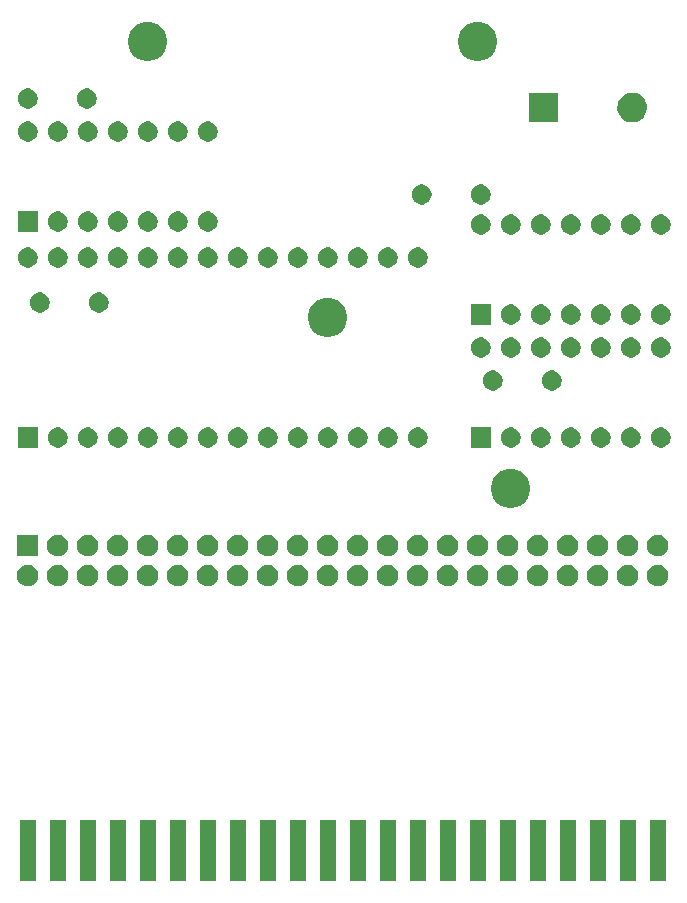
<source format=gbs>
G04 #@! TF.GenerationSoftware,KiCad,Pcbnew,(5.1.5-0)*
G04 #@! TF.CreationDate,2022-08-30T11:13:50-04:00*
G04 #@! TF.ProjectId,breakout_board,62726561-6b6f-4757-945f-626f6172642e,rev?*
G04 #@! TF.SameCoordinates,Original*
G04 #@! TF.FileFunction,Soldermask,Bot*
G04 #@! TF.FilePolarity,Negative*
%FSLAX46Y46*%
G04 Gerber Fmt 4.6, Leading zero omitted, Abs format (unit mm)*
G04 Created by KiCad (PCBNEW (5.1.5-0)) date 2022-08-30 11:13:50*
%MOMM*%
%LPD*%
G04 APERTURE LIST*
%ADD10C,0.100000*%
G04 APERTURE END LIST*
D10*
G36*
X186662260Y-117045940D02*
G01*
X185290260Y-117045940D01*
X185290260Y-111863940D01*
X186662260Y-111863940D01*
X186662260Y-117045940D01*
G37*
G36*
X184122260Y-117045940D02*
G01*
X182750260Y-117045940D01*
X182750260Y-111863940D01*
X184122260Y-111863940D01*
X184122260Y-117045940D01*
G37*
G36*
X181582260Y-117045940D02*
G01*
X180210260Y-117045940D01*
X180210260Y-111863940D01*
X181582260Y-111863940D01*
X181582260Y-117045940D01*
G37*
G36*
X179042260Y-117045940D02*
G01*
X177670260Y-117045940D01*
X177670260Y-111863940D01*
X179042260Y-111863940D01*
X179042260Y-117045940D01*
G37*
G36*
X176502260Y-117045940D02*
G01*
X175130260Y-117045940D01*
X175130260Y-111863940D01*
X176502260Y-111863940D01*
X176502260Y-117045940D01*
G37*
G36*
X173962260Y-117045940D02*
G01*
X172590260Y-117045940D01*
X172590260Y-111863940D01*
X173962260Y-111863940D01*
X173962260Y-117045940D01*
G37*
G36*
X171422260Y-117045940D02*
G01*
X170050260Y-117045940D01*
X170050260Y-111863940D01*
X171422260Y-111863940D01*
X171422260Y-117045940D01*
G37*
G36*
X168882260Y-117045940D02*
G01*
X167510260Y-117045940D01*
X167510260Y-111863940D01*
X168882260Y-111863940D01*
X168882260Y-117045940D01*
G37*
G36*
X166342260Y-117045940D02*
G01*
X164970260Y-117045940D01*
X164970260Y-111863940D01*
X166342260Y-111863940D01*
X166342260Y-117045940D01*
G37*
G36*
X163802260Y-117045940D02*
G01*
X162430260Y-117045940D01*
X162430260Y-111863940D01*
X163802260Y-111863940D01*
X163802260Y-117045940D01*
G37*
G36*
X161262260Y-117045940D02*
G01*
X159890260Y-117045940D01*
X159890260Y-111863940D01*
X161262260Y-111863940D01*
X161262260Y-117045940D01*
G37*
G36*
X158722260Y-117045940D02*
G01*
X157350260Y-117045940D01*
X157350260Y-111863940D01*
X158722260Y-111863940D01*
X158722260Y-117045940D01*
G37*
G36*
X156182260Y-117045940D02*
G01*
X154810260Y-117045940D01*
X154810260Y-111863940D01*
X156182260Y-111863940D01*
X156182260Y-117045940D01*
G37*
G36*
X153642260Y-117045940D02*
G01*
X152270260Y-117045940D01*
X152270260Y-111863940D01*
X153642260Y-111863940D01*
X153642260Y-117045940D01*
G37*
G36*
X151102260Y-117045940D02*
G01*
X149730260Y-117045940D01*
X149730260Y-111863940D01*
X151102260Y-111863940D01*
X151102260Y-117045940D01*
G37*
G36*
X148562260Y-117045940D02*
G01*
X147190260Y-117045940D01*
X147190260Y-111863940D01*
X148562260Y-111863940D01*
X148562260Y-117045940D01*
G37*
G36*
X146022260Y-117045940D02*
G01*
X144650260Y-117045940D01*
X144650260Y-111863940D01*
X146022260Y-111863940D01*
X146022260Y-117045940D01*
G37*
G36*
X143482260Y-117045940D02*
G01*
X142110260Y-117045940D01*
X142110260Y-111863940D01*
X143482260Y-111863940D01*
X143482260Y-117045940D01*
G37*
G36*
X140942260Y-117045940D02*
G01*
X139570260Y-117045940D01*
X139570260Y-111863940D01*
X140942260Y-111863940D01*
X140942260Y-117045940D01*
G37*
G36*
X138402260Y-117045940D02*
G01*
X137030260Y-117045940D01*
X137030260Y-111863940D01*
X138402260Y-111863940D01*
X138402260Y-117045940D01*
G37*
G36*
X135862260Y-117045940D02*
G01*
X134490260Y-117045940D01*
X134490260Y-111863940D01*
X135862260Y-111863940D01*
X135862260Y-117045940D01*
G37*
G36*
X133322260Y-117045940D02*
G01*
X131950260Y-117045940D01*
X131950260Y-111863940D01*
X133322260Y-111863940D01*
X133322260Y-117045940D01*
G37*
G36*
X132701512Y-90289927D02*
G01*
X132850812Y-90319624D01*
X133014784Y-90387544D01*
X133162354Y-90486147D01*
X133287853Y-90611646D01*
X133386456Y-90759216D01*
X133454376Y-90923188D01*
X133489000Y-91097259D01*
X133489000Y-91274741D01*
X133454376Y-91448812D01*
X133386456Y-91612784D01*
X133287853Y-91760354D01*
X133162354Y-91885853D01*
X133014784Y-91984456D01*
X132850812Y-92052376D01*
X132701512Y-92082073D01*
X132676742Y-92087000D01*
X132499258Y-92087000D01*
X132474488Y-92082073D01*
X132325188Y-92052376D01*
X132161216Y-91984456D01*
X132013646Y-91885853D01*
X131888147Y-91760354D01*
X131789544Y-91612784D01*
X131721624Y-91448812D01*
X131687000Y-91274741D01*
X131687000Y-91097259D01*
X131721624Y-90923188D01*
X131789544Y-90759216D01*
X131888147Y-90611646D01*
X132013646Y-90486147D01*
X132161216Y-90387544D01*
X132325188Y-90319624D01*
X132474488Y-90289927D01*
X132499258Y-90285000D01*
X132676742Y-90285000D01*
X132701512Y-90289927D01*
G37*
G36*
X135241512Y-90289927D02*
G01*
X135390812Y-90319624D01*
X135554784Y-90387544D01*
X135702354Y-90486147D01*
X135827853Y-90611646D01*
X135926456Y-90759216D01*
X135994376Y-90923188D01*
X136029000Y-91097259D01*
X136029000Y-91274741D01*
X135994376Y-91448812D01*
X135926456Y-91612784D01*
X135827853Y-91760354D01*
X135702354Y-91885853D01*
X135554784Y-91984456D01*
X135390812Y-92052376D01*
X135241512Y-92082073D01*
X135216742Y-92087000D01*
X135039258Y-92087000D01*
X135014488Y-92082073D01*
X134865188Y-92052376D01*
X134701216Y-91984456D01*
X134553646Y-91885853D01*
X134428147Y-91760354D01*
X134329544Y-91612784D01*
X134261624Y-91448812D01*
X134227000Y-91274741D01*
X134227000Y-91097259D01*
X134261624Y-90923188D01*
X134329544Y-90759216D01*
X134428147Y-90611646D01*
X134553646Y-90486147D01*
X134701216Y-90387544D01*
X134865188Y-90319624D01*
X135014488Y-90289927D01*
X135039258Y-90285000D01*
X135216742Y-90285000D01*
X135241512Y-90289927D01*
G37*
G36*
X137781512Y-90289927D02*
G01*
X137930812Y-90319624D01*
X138094784Y-90387544D01*
X138242354Y-90486147D01*
X138367853Y-90611646D01*
X138466456Y-90759216D01*
X138534376Y-90923188D01*
X138569000Y-91097259D01*
X138569000Y-91274741D01*
X138534376Y-91448812D01*
X138466456Y-91612784D01*
X138367853Y-91760354D01*
X138242354Y-91885853D01*
X138094784Y-91984456D01*
X137930812Y-92052376D01*
X137781512Y-92082073D01*
X137756742Y-92087000D01*
X137579258Y-92087000D01*
X137554488Y-92082073D01*
X137405188Y-92052376D01*
X137241216Y-91984456D01*
X137093646Y-91885853D01*
X136968147Y-91760354D01*
X136869544Y-91612784D01*
X136801624Y-91448812D01*
X136767000Y-91274741D01*
X136767000Y-91097259D01*
X136801624Y-90923188D01*
X136869544Y-90759216D01*
X136968147Y-90611646D01*
X137093646Y-90486147D01*
X137241216Y-90387544D01*
X137405188Y-90319624D01*
X137554488Y-90289927D01*
X137579258Y-90285000D01*
X137756742Y-90285000D01*
X137781512Y-90289927D01*
G37*
G36*
X140321512Y-90289927D02*
G01*
X140470812Y-90319624D01*
X140634784Y-90387544D01*
X140782354Y-90486147D01*
X140907853Y-90611646D01*
X141006456Y-90759216D01*
X141074376Y-90923188D01*
X141109000Y-91097259D01*
X141109000Y-91274741D01*
X141074376Y-91448812D01*
X141006456Y-91612784D01*
X140907853Y-91760354D01*
X140782354Y-91885853D01*
X140634784Y-91984456D01*
X140470812Y-92052376D01*
X140321512Y-92082073D01*
X140296742Y-92087000D01*
X140119258Y-92087000D01*
X140094488Y-92082073D01*
X139945188Y-92052376D01*
X139781216Y-91984456D01*
X139633646Y-91885853D01*
X139508147Y-91760354D01*
X139409544Y-91612784D01*
X139341624Y-91448812D01*
X139307000Y-91274741D01*
X139307000Y-91097259D01*
X139341624Y-90923188D01*
X139409544Y-90759216D01*
X139508147Y-90611646D01*
X139633646Y-90486147D01*
X139781216Y-90387544D01*
X139945188Y-90319624D01*
X140094488Y-90289927D01*
X140119258Y-90285000D01*
X140296742Y-90285000D01*
X140321512Y-90289927D01*
G37*
G36*
X142861512Y-90289927D02*
G01*
X143010812Y-90319624D01*
X143174784Y-90387544D01*
X143322354Y-90486147D01*
X143447853Y-90611646D01*
X143546456Y-90759216D01*
X143614376Y-90923188D01*
X143649000Y-91097259D01*
X143649000Y-91274741D01*
X143614376Y-91448812D01*
X143546456Y-91612784D01*
X143447853Y-91760354D01*
X143322354Y-91885853D01*
X143174784Y-91984456D01*
X143010812Y-92052376D01*
X142861512Y-92082073D01*
X142836742Y-92087000D01*
X142659258Y-92087000D01*
X142634488Y-92082073D01*
X142485188Y-92052376D01*
X142321216Y-91984456D01*
X142173646Y-91885853D01*
X142048147Y-91760354D01*
X141949544Y-91612784D01*
X141881624Y-91448812D01*
X141847000Y-91274741D01*
X141847000Y-91097259D01*
X141881624Y-90923188D01*
X141949544Y-90759216D01*
X142048147Y-90611646D01*
X142173646Y-90486147D01*
X142321216Y-90387544D01*
X142485188Y-90319624D01*
X142634488Y-90289927D01*
X142659258Y-90285000D01*
X142836742Y-90285000D01*
X142861512Y-90289927D01*
G37*
G36*
X145401512Y-90289927D02*
G01*
X145550812Y-90319624D01*
X145714784Y-90387544D01*
X145862354Y-90486147D01*
X145987853Y-90611646D01*
X146086456Y-90759216D01*
X146154376Y-90923188D01*
X146189000Y-91097259D01*
X146189000Y-91274741D01*
X146154376Y-91448812D01*
X146086456Y-91612784D01*
X145987853Y-91760354D01*
X145862354Y-91885853D01*
X145714784Y-91984456D01*
X145550812Y-92052376D01*
X145401512Y-92082073D01*
X145376742Y-92087000D01*
X145199258Y-92087000D01*
X145174488Y-92082073D01*
X145025188Y-92052376D01*
X144861216Y-91984456D01*
X144713646Y-91885853D01*
X144588147Y-91760354D01*
X144489544Y-91612784D01*
X144421624Y-91448812D01*
X144387000Y-91274741D01*
X144387000Y-91097259D01*
X144421624Y-90923188D01*
X144489544Y-90759216D01*
X144588147Y-90611646D01*
X144713646Y-90486147D01*
X144861216Y-90387544D01*
X145025188Y-90319624D01*
X145174488Y-90289927D01*
X145199258Y-90285000D01*
X145376742Y-90285000D01*
X145401512Y-90289927D01*
G37*
G36*
X147941512Y-90289927D02*
G01*
X148090812Y-90319624D01*
X148254784Y-90387544D01*
X148402354Y-90486147D01*
X148527853Y-90611646D01*
X148626456Y-90759216D01*
X148694376Y-90923188D01*
X148729000Y-91097259D01*
X148729000Y-91274741D01*
X148694376Y-91448812D01*
X148626456Y-91612784D01*
X148527853Y-91760354D01*
X148402354Y-91885853D01*
X148254784Y-91984456D01*
X148090812Y-92052376D01*
X147941512Y-92082073D01*
X147916742Y-92087000D01*
X147739258Y-92087000D01*
X147714488Y-92082073D01*
X147565188Y-92052376D01*
X147401216Y-91984456D01*
X147253646Y-91885853D01*
X147128147Y-91760354D01*
X147029544Y-91612784D01*
X146961624Y-91448812D01*
X146927000Y-91274741D01*
X146927000Y-91097259D01*
X146961624Y-90923188D01*
X147029544Y-90759216D01*
X147128147Y-90611646D01*
X147253646Y-90486147D01*
X147401216Y-90387544D01*
X147565188Y-90319624D01*
X147714488Y-90289927D01*
X147739258Y-90285000D01*
X147916742Y-90285000D01*
X147941512Y-90289927D01*
G37*
G36*
X150481512Y-90289927D02*
G01*
X150630812Y-90319624D01*
X150794784Y-90387544D01*
X150942354Y-90486147D01*
X151067853Y-90611646D01*
X151166456Y-90759216D01*
X151234376Y-90923188D01*
X151269000Y-91097259D01*
X151269000Y-91274741D01*
X151234376Y-91448812D01*
X151166456Y-91612784D01*
X151067853Y-91760354D01*
X150942354Y-91885853D01*
X150794784Y-91984456D01*
X150630812Y-92052376D01*
X150481512Y-92082073D01*
X150456742Y-92087000D01*
X150279258Y-92087000D01*
X150254488Y-92082073D01*
X150105188Y-92052376D01*
X149941216Y-91984456D01*
X149793646Y-91885853D01*
X149668147Y-91760354D01*
X149569544Y-91612784D01*
X149501624Y-91448812D01*
X149467000Y-91274741D01*
X149467000Y-91097259D01*
X149501624Y-90923188D01*
X149569544Y-90759216D01*
X149668147Y-90611646D01*
X149793646Y-90486147D01*
X149941216Y-90387544D01*
X150105188Y-90319624D01*
X150254488Y-90289927D01*
X150279258Y-90285000D01*
X150456742Y-90285000D01*
X150481512Y-90289927D01*
G37*
G36*
X153021512Y-90289927D02*
G01*
X153170812Y-90319624D01*
X153334784Y-90387544D01*
X153482354Y-90486147D01*
X153607853Y-90611646D01*
X153706456Y-90759216D01*
X153774376Y-90923188D01*
X153809000Y-91097259D01*
X153809000Y-91274741D01*
X153774376Y-91448812D01*
X153706456Y-91612784D01*
X153607853Y-91760354D01*
X153482354Y-91885853D01*
X153334784Y-91984456D01*
X153170812Y-92052376D01*
X153021512Y-92082073D01*
X152996742Y-92087000D01*
X152819258Y-92087000D01*
X152794488Y-92082073D01*
X152645188Y-92052376D01*
X152481216Y-91984456D01*
X152333646Y-91885853D01*
X152208147Y-91760354D01*
X152109544Y-91612784D01*
X152041624Y-91448812D01*
X152007000Y-91274741D01*
X152007000Y-91097259D01*
X152041624Y-90923188D01*
X152109544Y-90759216D01*
X152208147Y-90611646D01*
X152333646Y-90486147D01*
X152481216Y-90387544D01*
X152645188Y-90319624D01*
X152794488Y-90289927D01*
X152819258Y-90285000D01*
X152996742Y-90285000D01*
X153021512Y-90289927D01*
G37*
G36*
X155561512Y-90289927D02*
G01*
X155710812Y-90319624D01*
X155874784Y-90387544D01*
X156022354Y-90486147D01*
X156147853Y-90611646D01*
X156246456Y-90759216D01*
X156314376Y-90923188D01*
X156349000Y-91097259D01*
X156349000Y-91274741D01*
X156314376Y-91448812D01*
X156246456Y-91612784D01*
X156147853Y-91760354D01*
X156022354Y-91885853D01*
X155874784Y-91984456D01*
X155710812Y-92052376D01*
X155561512Y-92082073D01*
X155536742Y-92087000D01*
X155359258Y-92087000D01*
X155334488Y-92082073D01*
X155185188Y-92052376D01*
X155021216Y-91984456D01*
X154873646Y-91885853D01*
X154748147Y-91760354D01*
X154649544Y-91612784D01*
X154581624Y-91448812D01*
X154547000Y-91274741D01*
X154547000Y-91097259D01*
X154581624Y-90923188D01*
X154649544Y-90759216D01*
X154748147Y-90611646D01*
X154873646Y-90486147D01*
X155021216Y-90387544D01*
X155185188Y-90319624D01*
X155334488Y-90289927D01*
X155359258Y-90285000D01*
X155536742Y-90285000D01*
X155561512Y-90289927D01*
G37*
G36*
X158101512Y-90289927D02*
G01*
X158250812Y-90319624D01*
X158414784Y-90387544D01*
X158562354Y-90486147D01*
X158687853Y-90611646D01*
X158786456Y-90759216D01*
X158854376Y-90923188D01*
X158889000Y-91097259D01*
X158889000Y-91274741D01*
X158854376Y-91448812D01*
X158786456Y-91612784D01*
X158687853Y-91760354D01*
X158562354Y-91885853D01*
X158414784Y-91984456D01*
X158250812Y-92052376D01*
X158101512Y-92082073D01*
X158076742Y-92087000D01*
X157899258Y-92087000D01*
X157874488Y-92082073D01*
X157725188Y-92052376D01*
X157561216Y-91984456D01*
X157413646Y-91885853D01*
X157288147Y-91760354D01*
X157189544Y-91612784D01*
X157121624Y-91448812D01*
X157087000Y-91274741D01*
X157087000Y-91097259D01*
X157121624Y-90923188D01*
X157189544Y-90759216D01*
X157288147Y-90611646D01*
X157413646Y-90486147D01*
X157561216Y-90387544D01*
X157725188Y-90319624D01*
X157874488Y-90289927D01*
X157899258Y-90285000D01*
X158076742Y-90285000D01*
X158101512Y-90289927D01*
G37*
G36*
X160641512Y-90289927D02*
G01*
X160790812Y-90319624D01*
X160954784Y-90387544D01*
X161102354Y-90486147D01*
X161227853Y-90611646D01*
X161326456Y-90759216D01*
X161394376Y-90923188D01*
X161429000Y-91097259D01*
X161429000Y-91274741D01*
X161394376Y-91448812D01*
X161326456Y-91612784D01*
X161227853Y-91760354D01*
X161102354Y-91885853D01*
X160954784Y-91984456D01*
X160790812Y-92052376D01*
X160641512Y-92082073D01*
X160616742Y-92087000D01*
X160439258Y-92087000D01*
X160414488Y-92082073D01*
X160265188Y-92052376D01*
X160101216Y-91984456D01*
X159953646Y-91885853D01*
X159828147Y-91760354D01*
X159729544Y-91612784D01*
X159661624Y-91448812D01*
X159627000Y-91274741D01*
X159627000Y-91097259D01*
X159661624Y-90923188D01*
X159729544Y-90759216D01*
X159828147Y-90611646D01*
X159953646Y-90486147D01*
X160101216Y-90387544D01*
X160265188Y-90319624D01*
X160414488Y-90289927D01*
X160439258Y-90285000D01*
X160616742Y-90285000D01*
X160641512Y-90289927D01*
G37*
G36*
X163181512Y-90289927D02*
G01*
X163330812Y-90319624D01*
X163494784Y-90387544D01*
X163642354Y-90486147D01*
X163767853Y-90611646D01*
X163866456Y-90759216D01*
X163934376Y-90923188D01*
X163969000Y-91097259D01*
X163969000Y-91274741D01*
X163934376Y-91448812D01*
X163866456Y-91612784D01*
X163767853Y-91760354D01*
X163642354Y-91885853D01*
X163494784Y-91984456D01*
X163330812Y-92052376D01*
X163181512Y-92082073D01*
X163156742Y-92087000D01*
X162979258Y-92087000D01*
X162954488Y-92082073D01*
X162805188Y-92052376D01*
X162641216Y-91984456D01*
X162493646Y-91885853D01*
X162368147Y-91760354D01*
X162269544Y-91612784D01*
X162201624Y-91448812D01*
X162167000Y-91274741D01*
X162167000Y-91097259D01*
X162201624Y-90923188D01*
X162269544Y-90759216D01*
X162368147Y-90611646D01*
X162493646Y-90486147D01*
X162641216Y-90387544D01*
X162805188Y-90319624D01*
X162954488Y-90289927D01*
X162979258Y-90285000D01*
X163156742Y-90285000D01*
X163181512Y-90289927D01*
G37*
G36*
X165721512Y-90289927D02*
G01*
X165870812Y-90319624D01*
X166034784Y-90387544D01*
X166182354Y-90486147D01*
X166307853Y-90611646D01*
X166406456Y-90759216D01*
X166474376Y-90923188D01*
X166509000Y-91097259D01*
X166509000Y-91274741D01*
X166474376Y-91448812D01*
X166406456Y-91612784D01*
X166307853Y-91760354D01*
X166182354Y-91885853D01*
X166034784Y-91984456D01*
X165870812Y-92052376D01*
X165721512Y-92082073D01*
X165696742Y-92087000D01*
X165519258Y-92087000D01*
X165494488Y-92082073D01*
X165345188Y-92052376D01*
X165181216Y-91984456D01*
X165033646Y-91885853D01*
X164908147Y-91760354D01*
X164809544Y-91612784D01*
X164741624Y-91448812D01*
X164707000Y-91274741D01*
X164707000Y-91097259D01*
X164741624Y-90923188D01*
X164809544Y-90759216D01*
X164908147Y-90611646D01*
X165033646Y-90486147D01*
X165181216Y-90387544D01*
X165345188Y-90319624D01*
X165494488Y-90289927D01*
X165519258Y-90285000D01*
X165696742Y-90285000D01*
X165721512Y-90289927D01*
G37*
G36*
X168261512Y-90289927D02*
G01*
X168410812Y-90319624D01*
X168574784Y-90387544D01*
X168722354Y-90486147D01*
X168847853Y-90611646D01*
X168946456Y-90759216D01*
X169014376Y-90923188D01*
X169049000Y-91097259D01*
X169049000Y-91274741D01*
X169014376Y-91448812D01*
X168946456Y-91612784D01*
X168847853Y-91760354D01*
X168722354Y-91885853D01*
X168574784Y-91984456D01*
X168410812Y-92052376D01*
X168261512Y-92082073D01*
X168236742Y-92087000D01*
X168059258Y-92087000D01*
X168034488Y-92082073D01*
X167885188Y-92052376D01*
X167721216Y-91984456D01*
X167573646Y-91885853D01*
X167448147Y-91760354D01*
X167349544Y-91612784D01*
X167281624Y-91448812D01*
X167247000Y-91274741D01*
X167247000Y-91097259D01*
X167281624Y-90923188D01*
X167349544Y-90759216D01*
X167448147Y-90611646D01*
X167573646Y-90486147D01*
X167721216Y-90387544D01*
X167885188Y-90319624D01*
X168034488Y-90289927D01*
X168059258Y-90285000D01*
X168236742Y-90285000D01*
X168261512Y-90289927D01*
G37*
G36*
X170801512Y-90289927D02*
G01*
X170950812Y-90319624D01*
X171114784Y-90387544D01*
X171262354Y-90486147D01*
X171387853Y-90611646D01*
X171486456Y-90759216D01*
X171554376Y-90923188D01*
X171589000Y-91097259D01*
X171589000Y-91274741D01*
X171554376Y-91448812D01*
X171486456Y-91612784D01*
X171387853Y-91760354D01*
X171262354Y-91885853D01*
X171114784Y-91984456D01*
X170950812Y-92052376D01*
X170801512Y-92082073D01*
X170776742Y-92087000D01*
X170599258Y-92087000D01*
X170574488Y-92082073D01*
X170425188Y-92052376D01*
X170261216Y-91984456D01*
X170113646Y-91885853D01*
X169988147Y-91760354D01*
X169889544Y-91612784D01*
X169821624Y-91448812D01*
X169787000Y-91274741D01*
X169787000Y-91097259D01*
X169821624Y-90923188D01*
X169889544Y-90759216D01*
X169988147Y-90611646D01*
X170113646Y-90486147D01*
X170261216Y-90387544D01*
X170425188Y-90319624D01*
X170574488Y-90289927D01*
X170599258Y-90285000D01*
X170776742Y-90285000D01*
X170801512Y-90289927D01*
G37*
G36*
X173341512Y-90289927D02*
G01*
X173490812Y-90319624D01*
X173654784Y-90387544D01*
X173802354Y-90486147D01*
X173927853Y-90611646D01*
X174026456Y-90759216D01*
X174094376Y-90923188D01*
X174129000Y-91097259D01*
X174129000Y-91274741D01*
X174094376Y-91448812D01*
X174026456Y-91612784D01*
X173927853Y-91760354D01*
X173802354Y-91885853D01*
X173654784Y-91984456D01*
X173490812Y-92052376D01*
X173341512Y-92082073D01*
X173316742Y-92087000D01*
X173139258Y-92087000D01*
X173114488Y-92082073D01*
X172965188Y-92052376D01*
X172801216Y-91984456D01*
X172653646Y-91885853D01*
X172528147Y-91760354D01*
X172429544Y-91612784D01*
X172361624Y-91448812D01*
X172327000Y-91274741D01*
X172327000Y-91097259D01*
X172361624Y-90923188D01*
X172429544Y-90759216D01*
X172528147Y-90611646D01*
X172653646Y-90486147D01*
X172801216Y-90387544D01*
X172965188Y-90319624D01*
X173114488Y-90289927D01*
X173139258Y-90285000D01*
X173316742Y-90285000D01*
X173341512Y-90289927D01*
G37*
G36*
X175881512Y-90289927D02*
G01*
X176030812Y-90319624D01*
X176194784Y-90387544D01*
X176342354Y-90486147D01*
X176467853Y-90611646D01*
X176566456Y-90759216D01*
X176634376Y-90923188D01*
X176669000Y-91097259D01*
X176669000Y-91274741D01*
X176634376Y-91448812D01*
X176566456Y-91612784D01*
X176467853Y-91760354D01*
X176342354Y-91885853D01*
X176194784Y-91984456D01*
X176030812Y-92052376D01*
X175881512Y-92082073D01*
X175856742Y-92087000D01*
X175679258Y-92087000D01*
X175654488Y-92082073D01*
X175505188Y-92052376D01*
X175341216Y-91984456D01*
X175193646Y-91885853D01*
X175068147Y-91760354D01*
X174969544Y-91612784D01*
X174901624Y-91448812D01*
X174867000Y-91274741D01*
X174867000Y-91097259D01*
X174901624Y-90923188D01*
X174969544Y-90759216D01*
X175068147Y-90611646D01*
X175193646Y-90486147D01*
X175341216Y-90387544D01*
X175505188Y-90319624D01*
X175654488Y-90289927D01*
X175679258Y-90285000D01*
X175856742Y-90285000D01*
X175881512Y-90289927D01*
G37*
G36*
X178421512Y-90289927D02*
G01*
X178570812Y-90319624D01*
X178734784Y-90387544D01*
X178882354Y-90486147D01*
X179007853Y-90611646D01*
X179106456Y-90759216D01*
X179174376Y-90923188D01*
X179209000Y-91097259D01*
X179209000Y-91274741D01*
X179174376Y-91448812D01*
X179106456Y-91612784D01*
X179007853Y-91760354D01*
X178882354Y-91885853D01*
X178734784Y-91984456D01*
X178570812Y-92052376D01*
X178421512Y-92082073D01*
X178396742Y-92087000D01*
X178219258Y-92087000D01*
X178194488Y-92082073D01*
X178045188Y-92052376D01*
X177881216Y-91984456D01*
X177733646Y-91885853D01*
X177608147Y-91760354D01*
X177509544Y-91612784D01*
X177441624Y-91448812D01*
X177407000Y-91274741D01*
X177407000Y-91097259D01*
X177441624Y-90923188D01*
X177509544Y-90759216D01*
X177608147Y-90611646D01*
X177733646Y-90486147D01*
X177881216Y-90387544D01*
X178045188Y-90319624D01*
X178194488Y-90289927D01*
X178219258Y-90285000D01*
X178396742Y-90285000D01*
X178421512Y-90289927D01*
G37*
G36*
X180961512Y-90289927D02*
G01*
X181110812Y-90319624D01*
X181274784Y-90387544D01*
X181422354Y-90486147D01*
X181547853Y-90611646D01*
X181646456Y-90759216D01*
X181714376Y-90923188D01*
X181749000Y-91097259D01*
X181749000Y-91274741D01*
X181714376Y-91448812D01*
X181646456Y-91612784D01*
X181547853Y-91760354D01*
X181422354Y-91885853D01*
X181274784Y-91984456D01*
X181110812Y-92052376D01*
X180961512Y-92082073D01*
X180936742Y-92087000D01*
X180759258Y-92087000D01*
X180734488Y-92082073D01*
X180585188Y-92052376D01*
X180421216Y-91984456D01*
X180273646Y-91885853D01*
X180148147Y-91760354D01*
X180049544Y-91612784D01*
X179981624Y-91448812D01*
X179947000Y-91274741D01*
X179947000Y-91097259D01*
X179981624Y-90923188D01*
X180049544Y-90759216D01*
X180148147Y-90611646D01*
X180273646Y-90486147D01*
X180421216Y-90387544D01*
X180585188Y-90319624D01*
X180734488Y-90289927D01*
X180759258Y-90285000D01*
X180936742Y-90285000D01*
X180961512Y-90289927D01*
G37*
G36*
X183501512Y-90289927D02*
G01*
X183650812Y-90319624D01*
X183814784Y-90387544D01*
X183962354Y-90486147D01*
X184087853Y-90611646D01*
X184186456Y-90759216D01*
X184254376Y-90923188D01*
X184289000Y-91097259D01*
X184289000Y-91274741D01*
X184254376Y-91448812D01*
X184186456Y-91612784D01*
X184087853Y-91760354D01*
X183962354Y-91885853D01*
X183814784Y-91984456D01*
X183650812Y-92052376D01*
X183501512Y-92082073D01*
X183476742Y-92087000D01*
X183299258Y-92087000D01*
X183274488Y-92082073D01*
X183125188Y-92052376D01*
X182961216Y-91984456D01*
X182813646Y-91885853D01*
X182688147Y-91760354D01*
X182589544Y-91612784D01*
X182521624Y-91448812D01*
X182487000Y-91274741D01*
X182487000Y-91097259D01*
X182521624Y-90923188D01*
X182589544Y-90759216D01*
X182688147Y-90611646D01*
X182813646Y-90486147D01*
X182961216Y-90387544D01*
X183125188Y-90319624D01*
X183274488Y-90289927D01*
X183299258Y-90285000D01*
X183476742Y-90285000D01*
X183501512Y-90289927D01*
G37*
G36*
X186041512Y-90289927D02*
G01*
X186190812Y-90319624D01*
X186354784Y-90387544D01*
X186502354Y-90486147D01*
X186627853Y-90611646D01*
X186726456Y-90759216D01*
X186794376Y-90923188D01*
X186829000Y-91097259D01*
X186829000Y-91274741D01*
X186794376Y-91448812D01*
X186726456Y-91612784D01*
X186627853Y-91760354D01*
X186502354Y-91885853D01*
X186354784Y-91984456D01*
X186190812Y-92052376D01*
X186041512Y-92082073D01*
X186016742Y-92087000D01*
X185839258Y-92087000D01*
X185814488Y-92082073D01*
X185665188Y-92052376D01*
X185501216Y-91984456D01*
X185353646Y-91885853D01*
X185228147Y-91760354D01*
X185129544Y-91612784D01*
X185061624Y-91448812D01*
X185027000Y-91274741D01*
X185027000Y-91097259D01*
X185061624Y-90923188D01*
X185129544Y-90759216D01*
X185228147Y-90611646D01*
X185353646Y-90486147D01*
X185501216Y-90387544D01*
X185665188Y-90319624D01*
X185814488Y-90289927D01*
X185839258Y-90285000D01*
X186016742Y-90285000D01*
X186041512Y-90289927D01*
G37*
G36*
X133489000Y-89547000D02*
G01*
X131687000Y-89547000D01*
X131687000Y-87745000D01*
X133489000Y-87745000D01*
X133489000Y-89547000D01*
G37*
G36*
X160641512Y-87749927D02*
G01*
X160790812Y-87779624D01*
X160954784Y-87847544D01*
X161102354Y-87946147D01*
X161227853Y-88071646D01*
X161326456Y-88219216D01*
X161394376Y-88383188D01*
X161429000Y-88557259D01*
X161429000Y-88734741D01*
X161394376Y-88908812D01*
X161326456Y-89072784D01*
X161227853Y-89220354D01*
X161102354Y-89345853D01*
X160954784Y-89444456D01*
X160790812Y-89512376D01*
X160641512Y-89542073D01*
X160616742Y-89547000D01*
X160439258Y-89547000D01*
X160414488Y-89542073D01*
X160265188Y-89512376D01*
X160101216Y-89444456D01*
X159953646Y-89345853D01*
X159828147Y-89220354D01*
X159729544Y-89072784D01*
X159661624Y-88908812D01*
X159627000Y-88734741D01*
X159627000Y-88557259D01*
X159661624Y-88383188D01*
X159729544Y-88219216D01*
X159828147Y-88071646D01*
X159953646Y-87946147D01*
X160101216Y-87847544D01*
X160265188Y-87779624D01*
X160414488Y-87749927D01*
X160439258Y-87745000D01*
X160616742Y-87745000D01*
X160641512Y-87749927D01*
G37*
G36*
X186041512Y-87749927D02*
G01*
X186190812Y-87779624D01*
X186354784Y-87847544D01*
X186502354Y-87946147D01*
X186627853Y-88071646D01*
X186726456Y-88219216D01*
X186794376Y-88383188D01*
X186829000Y-88557259D01*
X186829000Y-88734741D01*
X186794376Y-88908812D01*
X186726456Y-89072784D01*
X186627853Y-89220354D01*
X186502354Y-89345853D01*
X186354784Y-89444456D01*
X186190812Y-89512376D01*
X186041512Y-89542073D01*
X186016742Y-89547000D01*
X185839258Y-89547000D01*
X185814488Y-89542073D01*
X185665188Y-89512376D01*
X185501216Y-89444456D01*
X185353646Y-89345853D01*
X185228147Y-89220354D01*
X185129544Y-89072784D01*
X185061624Y-88908812D01*
X185027000Y-88734741D01*
X185027000Y-88557259D01*
X185061624Y-88383188D01*
X185129544Y-88219216D01*
X185228147Y-88071646D01*
X185353646Y-87946147D01*
X185501216Y-87847544D01*
X185665188Y-87779624D01*
X185814488Y-87749927D01*
X185839258Y-87745000D01*
X186016742Y-87745000D01*
X186041512Y-87749927D01*
G37*
G36*
X135241512Y-87749927D02*
G01*
X135390812Y-87779624D01*
X135554784Y-87847544D01*
X135702354Y-87946147D01*
X135827853Y-88071646D01*
X135926456Y-88219216D01*
X135994376Y-88383188D01*
X136029000Y-88557259D01*
X136029000Y-88734741D01*
X135994376Y-88908812D01*
X135926456Y-89072784D01*
X135827853Y-89220354D01*
X135702354Y-89345853D01*
X135554784Y-89444456D01*
X135390812Y-89512376D01*
X135241512Y-89542073D01*
X135216742Y-89547000D01*
X135039258Y-89547000D01*
X135014488Y-89542073D01*
X134865188Y-89512376D01*
X134701216Y-89444456D01*
X134553646Y-89345853D01*
X134428147Y-89220354D01*
X134329544Y-89072784D01*
X134261624Y-88908812D01*
X134227000Y-88734741D01*
X134227000Y-88557259D01*
X134261624Y-88383188D01*
X134329544Y-88219216D01*
X134428147Y-88071646D01*
X134553646Y-87946147D01*
X134701216Y-87847544D01*
X134865188Y-87779624D01*
X135014488Y-87749927D01*
X135039258Y-87745000D01*
X135216742Y-87745000D01*
X135241512Y-87749927D01*
G37*
G36*
X183501512Y-87749927D02*
G01*
X183650812Y-87779624D01*
X183814784Y-87847544D01*
X183962354Y-87946147D01*
X184087853Y-88071646D01*
X184186456Y-88219216D01*
X184254376Y-88383188D01*
X184289000Y-88557259D01*
X184289000Y-88734741D01*
X184254376Y-88908812D01*
X184186456Y-89072784D01*
X184087853Y-89220354D01*
X183962354Y-89345853D01*
X183814784Y-89444456D01*
X183650812Y-89512376D01*
X183501512Y-89542073D01*
X183476742Y-89547000D01*
X183299258Y-89547000D01*
X183274488Y-89542073D01*
X183125188Y-89512376D01*
X182961216Y-89444456D01*
X182813646Y-89345853D01*
X182688147Y-89220354D01*
X182589544Y-89072784D01*
X182521624Y-88908812D01*
X182487000Y-88734741D01*
X182487000Y-88557259D01*
X182521624Y-88383188D01*
X182589544Y-88219216D01*
X182688147Y-88071646D01*
X182813646Y-87946147D01*
X182961216Y-87847544D01*
X183125188Y-87779624D01*
X183274488Y-87749927D01*
X183299258Y-87745000D01*
X183476742Y-87745000D01*
X183501512Y-87749927D01*
G37*
G36*
X137781512Y-87749927D02*
G01*
X137930812Y-87779624D01*
X138094784Y-87847544D01*
X138242354Y-87946147D01*
X138367853Y-88071646D01*
X138466456Y-88219216D01*
X138534376Y-88383188D01*
X138569000Y-88557259D01*
X138569000Y-88734741D01*
X138534376Y-88908812D01*
X138466456Y-89072784D01*
X138367853Y-89220354D01*
X138242354Y-89345853D01*
X138094784Y-89444456D01*
X137930812Y-89512376D01*
X137781512Y-89542073D01*
X137756742Y-89547000D01*
X137579258Y-89547000D01*
X137554488Y-89542073D01*
X137405188Y-89512376D01*
X137241216Y-89444456D01*
X137093646Y-89345853D01*
X136968147Y-89220354D01*
X136869544Y-89072784D01*
X136801624Y-88908812D01*
X136767000Y-88734741D01*
X136767000Y-88557259D01*
X136801624Y-88383188D01*
X136869544Y-88219216D01*
X136968147Y-88071646D01*
X137093646Y-87946147D01*
X137241216Y-87847544D01*
X137405188Y-87779624D01*
X137554488Y-87749927D01*
X137579258Y-87745000D01*
X137756742Y-87745000D01*
X137781512Y-87749927D01*
G37*
G36*
X180961512Y-87749927D02*
G01*
X181110812Y-87779624D01*
X181274784Y-87847544D01*
X181422354Y-87946147D01*
X181547853Y-88071646D01*
X181646456Y-88219216D01*
X181714376Y-88383188D01*
X181749000Y-88557259D01*
X181749000Y-88734741D01*
X181714376Y-88908812D01*
X181646456Y-89072784D01*
X181547853Y-89220354D01*
X181422354Y-89345853D01*
X181274784Y-89444456D01*
X181110812Y-89512376D01*
X180961512Y-89542073D01*
X180936742Y-89547000D01*
X180759258Y-89547000D01*
X180734488Y-89542073D01*
X180585188Y-89512376D01*
X180421216Y-89444456D01*
X180273646Y-89345853D01*
X180148147Y-89220354D01*
X180049544Y-89072784D01*
X179981624Y-88908812D01*
X179947000Y-88734741D01*
X179947000Y-88557259D01*
X179981624Y-88383188D01*
X180049544Y-88219216D01*
X180148147Y-88071646D01*
X180273646Y-87946147D01*
X180421216Y-87847544D01*
X180585188Y-87779624D01*
X180734488Y-87749927D01*
X180759258Y-87745000D01*
X180936742Y-87745000D01*
X180961512Y-87749927D01*
G37*
G36*
X140321512Y-87749927D02*
G01*
X140470812Y-87779624D01*
X140634784Y-87847544D01*
X140782354Y-87946147D01*
X140907853Y-88071646D01*
X141006456Y-88219216D01*
X141074376Y-88383188D01*
X141109000Y-88557259D01*
X141109000Y-88734741D01*
X141074376Y-88908812D01*
X141006456Y-89072784D01*
X140907853Y-89220354D01*
X140782354Y-89345853D01*
X140634784Y-89444456D01*
X140470812Y-89512376D01*
X140321512Y-89542073D01*
X140296742Y-89547000D01*
X140119258Y-89547000D01*
X140094488Y-89542073D01*
X139945188Y-89512376D01*
X139781216Y-89444456D01*
X139633646Y-89345853D01*
X139508147Y-89220354D01*
X139409544Y-89072784D01*
X139341624Y-88908812D01*
X139307000Y-88734741D01*
X139307000Y-88557259D01*
X139341624Y-88383188D01*
X139409544Y-88219216D01*
X139508147Y-88071646D01*
X139633646Y-87946147D01*
X139781216Y-87847544D01*
X139945188Y-87779624D01*
X140094488Y-87749927D01*
X140119258Y-87745000D01*
X140296742Y-87745000D01*
X140321512Y-87749927D01*
G37*
G36*
X178421512Y-87749927D02*
G01*
X178570812Y-87779624D01*
X178734784Y-87847544D01*
X178882354Y-87946147D01*
X179007853Y-88071646D01*
X179106456Y-88219216D01*
X179174376Y-88383188D01*
X179209000Y-88557259D01*
X179209000Y-88734741D01*
X179174376Y-88908812D01*
X179106456Y-89072784D01*
X179007853Y-89220354D01*
X178882354Y-89345853D01*
X178734784Y-89444456D01*
X178570812Y-89512376D01*
X178421512Y-89542073D01*
X178396742Y-89547000D01*
X178219258Y-89547000D01*
X178194488Y-89542073D01*
X178045188Y-89512376D01*
X177881216Y-89444456D01*
X177733646Y-89345853D01*
X177608147Y-89220354D01*
X177509544Y-89072784D01*
X177441624Y-88908812D01*
X177407000Y-88734741D01*
X177407000Y-88557259D01*
X177441624Y-88383188D01*
X177509544Y-88219216D01*
X177608147Y-88071646D01*
X177733646Y-87946147D01*
X177881216Y-87847544D01*
X178045188Y-87779624D01*
X178194488Y-87749927D01*
X178219258Y-87745000D01*
X178396742Y-87745000D01*
X178421512Y-87749927D01*
G37*
G36*
X142861512Y-87749927D02*
G01*
X143010812Y-87779624D01*
X143174784Y-87847544D01*
X143322354Y-87946147D01*
X143447853Y-88071646D01*
X143546456Y-88219216D01*
X143614376Y-88383188D01*
X143649000Y-88557259D01*
X143649000Y-88734741D01*
X143614376Y-88908812D01*
X143546456Y-89072784D01*
X143447853Y-89220354D01*
X143322354Y-89345853D01*
X143174784Y-89444456D01*
X143010812Y-89512376D01*
X142861512Y-89542073D01*
X142836742Y-89547000D01*
X142659258Y-89547000D01*
X142634488Y-89542073D01*
X142485188Y-89512376D01*
X142321216Y-89444456D01*
X142173646Y-89345853D01*
X142048147Y-89220354D01*
X141949544Y-89072784D01*
X141881624Y-88908812D01*
X141847000Y-88734741D01*
X141847000Y-88557259D01*
X141881624Y-88383188D01*
X141949544Y-88219216D01*
X142048147Y-88071646D01*
X142173646Y-87946147D01*
X142321216Y-87847544D01*
X142485188Y-87779624D01*
X142634488Y-87749927D01*
X142659258Y-87745000D01*
X142836742Y-87745000D01*
X142861512Y-87749927D01*
G37*
G36*
X175881512Y-87749927D02*
G01*
X176030812Y-87779624D01*
X176194784Y-87847544D01*
X176342354Y-87946147D01*
X176467853Y-88071646D01*
X176566456Y-88219216D01*
X176634376Y-88383188D01*
X176669000Y-88557259D01*
X176669000Y-88734741D01*
X176634376Y-88908812D01*
X176566456Y-89072784D01*
X176467853Y-89220354D01*
X176342354Y-89345853D01*
X176194784Y-89444456D01*
X176030812Y-89512376D01*
X175881512Y-89542073D01*
X175856742Y-89547000D01*
X175679258Y-89547000D01*
X175654488Y-89542073D01*
X175505188Y-89512376D01*
X175341216Y-89444456D01*
X175193646Y-89345853D01*
X175068147Y-89220354D01*
X174969544Y-89072784D01*
X174901624Y-88908812D01*
X174867000Y-88734741D01*
X174867000Y-88557259D01*
X174901624Y-88383188D01*
X174969544Y-88219216D01*
X175068147Y-88071646D01*
X175193646Y-87946147D01*
X175341216Y-87847544D01*
X175505188Y-87779624D01*
X175654488Y-87749927D01*
X175679258Y-87745000D01*
X175856742Y-87745000D01*
X175881512Y-87749927D01*
G37*
G36*
X145401512Y-87749927D02*
G01*
X145550812Y-87779624D01*
X145714784Y-87847544D01*
X145862354Y-87946147D01*
X145987853Y-88071646D01*
X146086456Y-88219216D01*
X146154376Y-88383188D01*
X146189000Y-88557259D01*
X146189000Y-88734741D01*
X146154376Y-88908812D01*
X146086456Y-89072784D01*
X145987853Y-89220354D01*
X145862354Y-89345853D01*
X145714784Y-89444456D01*
X145550812Y-89512376D01*
X145401512Y-89542073D01*
X145376742Y-89547000D01*
X145199258Y-89547000D01*
X145174488Y-89542073D01*
X145025188Y-89512376D01*
X144861216Y-89444456D01*
X144713646Y-89345853D01*
X144588147Y-89220354D01*
X144489544Y-89072784D01*
X144421624Y-88908812D01*
X144387000Y-88734741D01*
X144387000Y-88557259D01*
X144421624Y-88383188D01*
X144489544Y-88219216D01*
X144588147Y-88071646D01*
X144713646Y-87946147D01*
X144861216Y-87847544D01*
X145025188Y-87779624D01*
X145174488Y-87749927D01*
X145199258Y-87745000D01*
X145376742Y-87745000D01*
X145401512Y-87749927D01*
G37*
G36*
X173341512Y-87749927D02*
G01*
X173490812Y-87779624D01*
X173654784Y-87847544D01*
X173802354Y-87946147D01*
X173927853Y-88071646D01*
X174026456Y-88219216D01*
X174094376Y-88383188D01*
X174129000Y-88557259D01*
X174129000Y-88734741D01*
X174094376Y-88908812D01*
X174026456Y-89072784D01*
X173927853Y-89220354D01*
X173802354Y-89345853D01*
X173654784Y-89444456D01*
X173490812Y-89512376D01*
X173341512Y-89542073D01*
X173316742Y-89547000D01*
X173139258Y-89547000D01*
X173114488Y-89542073D01*
X172965188Y-89512376D01*
X172801216Y-89444456D01*
X172653646Y-89345853D01*
X172528147Y-89220354D01*
X172429544Y-89072784D01*
X172361624Y-88908812D01*
X172327000Y-88734741D01*
X172327000Y-88557259D01*
X172361624Y-88383188D01*
X172429544Y-88219216D01*
X172528147Y-88071646D01*
X172653646Y-87946147D01*
X172801216Y-87847544D01*
X172965188Y-87779624D01*
X173114488Y-87749927D01*
X173139258Y-87745000D01*
X173316742Y-87745000D01*
X173341512Y-87749927D01*
G37*
G36*
X147941512Y-87749927D02*
G01*
X148090812Y-87779624D01*
X148254784Y-87847544D01*
X148402354Y-87946147D01*
X148527853Y-88071646D01*
X148626456Y-88219216D01*
X148694376Y-88383188D01*
X148729000Y-88557259D01*
X148729000Y-88734741D01*
X148694376Y-88908812D01*
X148626456Y-89072784D01*
X148527853Y-89220354D01*
X148402354Y-89345853D01*
X148254784Y-89444456D01*
X148090812Y-89512376D01*
X147941512Y-89542073D01*
X147916742Y-89547000D01*
X147739258Y-89547000D01*
X147714488Y-89542073D01*
X147565188Y-89512376D01*
X147401216Y-89444456D01*
X147253646Y-89345853D01*
X147128147Y-89220354D01*
X147029544Y-89072784D01*
X146961624Y-88908812D01*
X146927000Y-88734741D01*
X146927000Y-88557259D01*
X146961624Y-88383188D01*
X147029544Y-88219216D01*
X147128147Y-88071646D01*
X147253646Y-87946147D01*
X147401216Y-87847544D01*
X147565188Y-87779624D01*
X147714488Y-87749927D01*
X147739258Y-87745000D01*
X147916742Y-87745000D01*
X147941512Y-87749927D01*
G37*
G36*
X170801512Y-87749927D02*
G01*
X170950812Y-87779624D01*
X171114784Y-87847544D01*
X171262354Y-87946147D01*
X171387853Y-88071646D01*
X171486456Y-88219216D01*
X171554376Y-88383188D01*
X171589000Y-88557259D01*
X171589000Y-88734741D01*
X171554376Y-88908812D01*
X171486456Y-89072784D01*
X171387853Y-89220354D01*
X171262354Y-89345853D01*
X171114784Y-89444456D01*
X170950812Y-89512376D01*
X170801512Y-89542073D01*
X170776742Y-89547000D01*
X170599258Y-89547000D01*
X170574488Y-89542073D01*
X170425188Y-89512376D01*
X170261216Y-89444456D01*
X170113646Y-89345853D01*
X169988147Y-89220354D01*
X169889544Y-89072784D01*
X169821624Y-88908812D01*
X169787000Y-88734741D01*
X169787000Y-88557259D01*
X169821624Y-88383188D01*
X169889544Y-88219216D01*
X169988147Y-88071646D01*
X170113646Y-87946147D01*
X170261216Y-87847544D01*
X170425188Y-87779624D01*
X170574488Y-87749927D01*
X170599258Y-87745000D01*
X170776742Y-87745000D01*
X170801512Y-87749927D01*
G37*
G36*
X150481512Y-87749927D02*
G01*
X150630812Y-87779624D01*
X150794784Y-87847544D01*
X150942354Y-87946147D01*
X151067853Y-88071646D01*
X151166456Y-88219216D01*
X151234376Y-88383188D01*
X151269000Y-88557259D01*
X151269000Y-88734741D01*
X151234376Y-88908812D01*
X151166456Y-89072784D01*
X151067853Y-89220354D01*
X150942354Y-89345853D01*
X150794784Y-89444456D01*
X150630812Y-89512376D01*
X150481512Y-89542073D01*
X150456742Y-89547000D01*
X150279258Y-89547000D01*
X150254488Y-89542073D01*
X150105188Y-89512376D01*
X149941216Y-89444456D01*
X149793646Y-89345853D01*
X149668147Y-89220354D01*
X149569544Y-89072784D01*
X149501624Y-88908812D01*
X149467000Y-88734741D01*
X149467000Y-88557259D01*
X149501624Y-88383188D01*
X149569544Y-88219216D01*
X149668147Y-88071646D01*
X149793646Y-87946147D01*
X149941216Y-87847544D01*
X150105188Y-87779624D01*
X150254488Y-87749927D01*
X150279258Y-87745000D01*
X150456742Y-87745000D01*
X150481512Y-87749927D01*
G37*
G36*
X168261512Y-87749927D02*
G01*
X168410812Y-87779624D01*
X168574784Y-87847544D01*
X168722354Y-87946147D01*
X168847853Y-88071646D01*
X168946456Y-88219216D01*
X169014376Y-88383188D01*
X169049000Y-88557259D01*
X169049000Y-88734741D01*
X169014376Y-88908812D01*
X168946456Y-89072784D01*
X168847853Y-89220354D01*
X168722354Y-89345853D01*
X168574784Y-89444456D01*
X168410812Y-89512376D01*
X168261512Y-89542073D01*
X168236742Y-89547000D01*
X168059258Y-89547000D01*
X168034488Y-89542073D01*
X167885188Y-89512376D01*
X167721216Y-89444456D01*
X167573646Y-89345853D01*
X167448147Y-89220354D01*
X167349544Y-89072784D01*
X167281624Y-88908812D01*
X167247000Y-88734741D01*
X167247000Y-88557259D01*
X167281624Y-88383188D01*
X167349544Y-88219216D01*
X167448147Y-88071646D01*
X167573646Y-87946147D01*
X167721216Y-87847544D01*
X167885188Y-87779624D01*
X168034488Y-87749927D01*
X168059258Y-87745000D01*
X168236742Y-87745000D01*
X168261512Y-87749927D01*
G37*
G36*
X153021512Y-87749927D02*
G01*
X153170812Y-87779624D01*
X153334784Y-87847544D01*
X153482354Y-87946147D01*
X153607853Y-88071646D01*
X153706456Y-88219216D01*
X153774376Y-88383188D01*
X153809000Y-88557259D01*
X153809000Y-88734741D01*
X153774376Y-88908812D01*
X153706456Y-89072784D01*
X153607853Y-89220354D01*
X153482354Y-89345853D01*
X153334784Y-89444456D01*
X153170812Y-89512376D01*
X153021512Y-89542073D01*
X152996742Y-89547000D01*
X152819258Y-89547000D01*
X152794488Y-89542073D01*
X152645188Y-89512376D01*
X152481216Y-89444456D01*
X152333646Y-89345853D01*
X152208147Y-89220354D01*
X152109544Y-89072784D01*
X152041624Y-88908812D01*
X152007000Y-88734741D01*
X152007000Y-88557259D01*
X152041624Y-88383188D01*
X152109544Y-88219216D01*
X152208147Y-88071646D01*
X152333646Y-87946147D01*
X152481216Y-87847544D01*
X152645188Y-87779624D01*
X152794488Y-87749927D01*
X152819258Y-87745000D01*
X152996742Y-87745000D01*
X153021512Y-87749927D01*
G37*
G36*
X165721512Y-87749927D02*
G01*
X165870812Y-87779624D01*
X166034784Y-87847544D01*
X166182354Y-87946147D01*
X166307853Y-88071646D01*
X166406456Y-88219216D01*
X166474376Y-88383188D01*
X166509000Y-88557259D01*
X166509000Y-88734741D01*
X166474376Y-88908812D01*
X166406456Y-89072784D01*
X166307853Y-89220354D01*
X166182354Y-89345853D01*
X166034784Y-89444456D01*
X165870812Y-89512376D01*
X165721512Y-89542073D01*
X165696742Y-89547000D01*
X165519258Y-89547000D01*
X165494488Y-89542073D01*
X165345188Y-89512376D01*
X165181216Y-89444456D01*
X165033646Y-89345853D01*
X164908147Y-89220354D01*
X164809544Y-89072784D01*
X164741624Y-88908812D01*
X164707000Y-88734741D01*
X164707000Y-88557259D01*
X164741624Y-88383188D01*
X164809544Y-88219216D01*
X164908147Y-88071646D01*
X165033646Y-87946147D01*
X165181216Y-87847544D01*
X165345188Y-87779624D01*
X165494488Y-87749927D01*
X165519258Y-87745000D01*
X165696742Y-87745000D01*
X165721512Y-87749927D01*
G37*
G36*
X155561512Y-87749927D02*
G01*
X155710812Y-87779624D01*
X155874784Y-87847544D01*
X156022354Y-87946147D01*
X156147853Y-88071646D01*
X156246456Y-88219216D01*
X156314376Y-88383188D01*
X156349000Y-88557259D01*
X156349000Y-88734741D01*
X156314376Y-88908812D01*
X156246456Y-89072784D01*
X156147853Y-89220354D01*
X156022354Y-89345853D01*
X155874784Y-89444456D01*
X155710812Y-89512376D01*
X155561512Y-89542073D01*
X155536742Y-89547000D01*
X155359258Y-89547000D01*
X155334488Y-89542073D01*
X155185188Y-89512376D01*
X155021216Y-89444456D01*
X154873646Y-89345853D01*
X154748147Y-89220354D01*
X154649544Y-89072784D01*
X154581624Y-88908812D01*
X154547000Y-88734741D01*
X154547000Y-88557259D01*
X154581624Y-88383188D01*
X154649544Y-88219216D01*
X154748147Y-88071646D01*
X154873646Y-87946147D01*
X155021216Y-87847544D01*
X155185188Y-87779624D01*
X155334488Y-87749927D01*
X155359258Y-87745000D01*
X155536742Y-87745000D01*
X155561512Y-87749927D01*
G37*
G36*
X163181512Y-87749927D02*
G01*
X163330812Y-87779624D01*
X163494784Y-87847544D01*
X163642354Y-87946147D01*
X163767853Y-88071646D01*
X163866456Y-88219216D01*
X163934376Y-88383188D01*
X163969000Y-88557259D01*
X163969000Y-88734741D01*
X163934376Y-88908812D01*
X163866456Y-89072784D01*
X163767853Y-89220354D01*
X163642354Y-89345853D01*
X163494784Y-89444456D01*
X163330812Y-89512376D01*
X163181512Y-89542073D01*
X163156742Y-89547000D01*
X162979258Y-89547000D01*
X162954488Y-89542073D01*
X162805188Y-89512376D01*
X162641216Y-89444456D01*
X162493646Y-89345853D01*
X162368147Y-89220354D01*
X162269544Y-89072784D01*
X162201624Y-88908812D01*
X162167000Y-88734741D01*
X162167000Y-88557259D01*
X162201624Y-88383188D01*
X162269544Y-88219216D01*
X162368147Y-88071646D01*
X162493646Y-87946147D01*
X162641216Y-87847544D01*
X162805188Y-87779624D01*
X162954488Y-87749927D01*
X162979258Y-87745000D01*
X163156742Y-87745000D01*
X163181512Y-87749927D01*
G37*
G36*
X158101512Y-87749927D02*
G01*
X158250812Y-87779624D01*
X158414784Y-87847544D01*
X158562354Y-87946147D01*
X158687853Y-88071646D01*
X158786456Y-88219216D01*
X158854376Y-88383188D01*
X158889000Y-88557259D01*
X158889000Y-88734741D01*
X158854376Y-88908812D01*
X158786456Y-89072784D01*
X158687853Y-89220354D01*
X158562354Y-89345853D01*
X158414784Y-89444456D01*
X158250812Y-89512376D01*
X158101512Y-89542073D01*
X158076742Y-89547000D01*
X157899258Y-89547000D01*
X157874488Y-89542073D01*
X157725188Y-89512376D01*
X157561216Y-89444456D01*
X157413646Y-89345853D01*
X157288147Y-89220354D01*
X157189544Y-89072784D01*
X157121624Y-88908812D01*
X157087000Y-88734741D01*
X157087000Y-88557259D01*
X157121624Y-88383188D01*
X157189544Y-88219216D01*
X157288147Y-88071646D01*
X157413646Y-87946147D01*
X157561216Y-87847544D01*
X157725188Y-87779624D01*
X157874488Y-87749927D01*
X157899258Y-87745000D01*
X158076742Y-87745000D01*
X158101512Y-87749927D01*
G37*
G36*
X173857256Y-82211298D02*
G01*
X173963579Y-82232447D01*
X174264042Y-82356903D01*
X174534451Y-82537585D01*
X174764415Y-82767549D01*
X174945097Y-83037958D01*
X175069553Y-83338421D01*
X175133000Y-83657391D01*
X175133000Y-83982609D01*
X175069553Y-84301579D01*
X174945097Y-84602042D01*
X174764415Y-84872451D01*
X174534451Y-85102415D01*
X174264042Y-85283097D01*
X173963579Y-85407553D01*
X173857256Y-85428702D01*
X173644611Y-85471000D01*
X173319389Y-85471000D01*
X173106744Y-85428702D01*
X173000421Y-85407553D01*
X172699958Y-85283097D01*
X172429549Y-85102415D01*
X172199585Y-84872451D01*
X172018903Y-84602042D01*
X171894447Y-84301579D01*
X171831000Y-83982609D01*
X171831000Y-83657391D01*
X171894447Y-83338421D01*
X172018903Y-83037958D01*
X172199585Y-82767549D01*
X172429549Y-82537585D01*
X172699958Y-82356903D01*
X173000421Y-82232447D01*
X173106744Y-82211298D01*
X173319389Y-82169000D01*
X173644611Y-82169000D01*
X173857256Y-82211298D01*
G37*
G36*
X186430228Y-78683703D02*
G01*
X186585100Y-78747853D01*
X186724481Y-78840985D01*
X186843015Y-78959519D01*
X186936147Y-79098900D01*
X187000297Y-79253772D01*
X187033000Y-79418184D01*
X187033000Y-79585816D01*
X187000297Y-79750228D01*
X186936147Y-79905100D01*
X186843015Y-80044481D01*
X186724481Y-80163015D01*
X186585100Y-80256147D01*
X186430228Y-80320297D01*
X186265816Y-80353000D01*
X186098184Y-80353000D01*
X185933772Y-80320297D01*
X185778900Y-80256147D01*
X185639519Y-80163015D01*
X185520985Y-80044481D01*
X185427853Y-79905100D01*
X185363703Y-79750228D01*
X185331000Y-79585816D01*
X185331000Y-79418184D01*
X185363703Y-79253772D01*
X185427853Y-79098900D01*
X185520985Y-78959519D01*
X185639519Y-78840985D01*
X185778900Y-78747853D01*
X185933772Y-78683703D01*
X186098184Y-78651000D01*
X186265816Y-78651000D01*
X186430228Y-78683703D01*
G37*
G36*
X183890228Y-78683703D02*
G01*
X184045100Y-78747853D01*
X184184481Y-78840985D01*
X184303015Y-78959519D01*
X184396147Y-79098900D01*
X184460297Y-79253772D01*
X184493000Y-79418184D01*
X184493000Y-79585816D01*
X184460297Y-79750228D01*
X184396147Y-79905100D01*
X184303015Y-80044481D01*
X184184481Y-80163015D01*
X184045100Y-80256147D01*
X183890228Y-80320297D01*
X183725816Y-80353000D01*
X183558184Y-80353000D01*
X183393772Y-80320297D01*
X183238900Y-80256147D01*
X183099519Y-80163015D01*
X182980985Y-80044481D01*
X182887853Y-79905100D01*
X182823703Y-79750228D01*
X182791000Y-79585816D01*
X182791000Y-79418184D01*
X182823703Y-79253772D01*
X182887853Y-79098900D01*
X182980985Y-78959519D01*
X183099519Y-78840985D01*
X183238900Y-78747853D01*
X183393772Y-78683703D01*
X183558184Y-78651000D01*
X183725816Y-78651000D01*
X183890228Y-78683703D01*
G37*
G36*
X181350228Y-78683703D02*
G01*
X181505100Y-78747853D01*
X181644481Y-78840985D01*
X181763015Y-78959519D01*
X181856147Y-79098900D01*
X181920297Y-79253772D01*
X181953000Y-79418184D01*
X181953000Y-79585816D01*
X181920297Y-79750228D01*
X181856147Y-79905100D01*
X181763015Y-80044481D01*
X181644481Y-80163015D01*
X181505100Y-80256147D01*
X181350228Y-80320297D01*
X181185816Y-80353000D01*
X181018184Y-80353000D01*
X180853772Y-80320297D01*
X180698900Y-80256147D01*
X180559519Y-80163015D01*
X180440985Y-80044481D01*
X180347853Y-79905100D01*
X180283703Y-79750228D01*
X180251000Y-79585816D01*
X180251000Y-79418184D01*
X180283703Y-79253772D01*
X180347853Y-79098900D01*
X180440985Y-78959519D01*
X180559519Y-78840985D01*
X180698900Y-78747853D01*
X180853772Y-78683703D01*
X181018184Y-78651000D01*
X181185816Y-78651000D01*
X181350228Y-78683703D01*
G37*
G36*
X178810228Y-78683703D02*
G01*
X178965100Y-78747853D01*
X179104481Y-78840985D01*
X179223015Y-78959519D01*
X179316147Y-79098900D01*
X179380297Y-79253772D01*
X179413000Y-79418184D01*
X179413000Y-79585816D01*
X179380297Y-79750228D01*
X179316147Y-79905100D01*
X179223015Y-80044481D01*
X179104481Y-80163015D01*
X178965100Y-80256147D01*
X178810228Y-80320297D01*
X178645816Y-80353000D01*
X178478184Y-80353000D01*
X178313772Y-80320297D01*
X178158900Y-80256147D01*
X178019519Y-80163015D01*
X177900985Y-80044481D01*
X177807853Y-79905100D01*
X177743703Y-79750228D01*
X177711000Y-79585816D01*
X177711000Y-79418184D01*
X177743703Y-79253772D01*
X177807853Y-79098900D01*
X177900985Y-78959519D01*
X178019519Y-78840985D01*
X178158900Y-78747853D01*
X178313772Y-78683703D01*
X178478184Y-78651000D01*
X178645816Y-78651000D01*
X178810228Y-78683703D01*
G37*
G36*
X176270228Y-78683703D02*
G01*
X176425100Y-78747853D01*
X176564481Y-78840985D01*
X176683015Y-78959519D01*
X176776147Y-79098900D01*
X176840297Y-79253772D01*
X176873000Y-79418184D01*
X176873000Y-79585816D01*
X176840297Y-79750228D01*
X176776147Y-79905100D01*
X176683015Y-80044481D01*
X176564481Y-80163015D01*
X176425100Y-80256147D01*
X176270228Y-80320297D01*
X176105816Y-80353000D01*
X175938184Y-80353000D01*
X175773772Y-80320297D01*
X175618900Y-80256147D01*
X175479519Y-80163015D01*
X175360985Y-80044481D01*
X175267853Y-79905100D01*
X175203703Y-79750228D01*
X175171000Y-79585816D01*
X175171000Y-79418184D01*
X175203703Y-79253772D01*
X175267853Y-79098900D01*
X175360985Y-78959519D01*
X175479519Y-78840985D01*
X175618900Y-78747853D01*
X175773772Y-78683703D01*
X175938184Y-78651000D01*
X176105816Y-78651000D01*
X176270228Y-78683703D01*
G37*
G36*
X173730228Y-78683703D02*
G01*
X173885100Y-78747853D01*
X174024481Y-78840985D01*
X174143015Y-78959519D01*
X174236147Y-79098900D01*
X174300297Y-79253772D01*
X174333000Y-79418184D01*
X174333000Y-79585816D01*
X174300297Y-79750228D01*
X174236147Y-79905100D01*
X174143015Y-80044481D01*
X174024481Y-80163015D01*
X173885100Y-80256147D01*
X173730228Y-80320297D01*
X173565816Y-80353000D01*
X173398184Y-80353000D01*
X173233772Y-80320297D01*
X173078900Y-80256147D01*
X172939519Y-80163015D01*
X172820985Y-80044481D01*
X172727853Y-79905100D01*
X172663703Y-79750228D01*
X172631000Y-79585816D01*
X172631000Y-79418184D01*
X172663703Y-79253772D01*
X172727853Y-79098900D01*
X172820985Y-78959519D01*
X172939519Y-78840985D01*
X173078900Y-78747853D01*
X173233772Y-78683703D01*
X173398184Y-78651000D01*
X173565816Y-78651000D01*
X173730228Y-78683703D01*
G37*
G36*
X171793000Y-80353000D02*
G01*
X170091000Y-80353000D01*
X170091000Y-78651000D01*
X171793000Y-78651000D01*
X171793000Y-80353000D01*
G37*
G36*
X165856228Y-78683703D02*
G01*
X166011100Y-78747853D01*
X166150481Y-78840985D01*
X166269015Y-78959519D01*
X166362147Y-79098900D01*
X166426297Y-79253772D01*
X166459000Y-79418184D01*
X166459000Y-79585816D01*
X166426297Y-79750228D01*
X166362147Y-79905100D01*
X166269015Y-80044481D01*
X166150481Y-80163015D01*
X166011100Y-80256147D01*
X165856228Y-80320297D01*
X165691816Y-80353000D01*
X165524184Y-80353000D01*
X165359772Y-80320297D01*
X165204900Y-80256147D01*
X165065519Y-80163015D01*
X164946985Y-80044481D01*
X164853853Y-79905100D01*
X164789703Y-79750228D01*
X164757000Y-79585816D01*
X164757000Y-79418184D01*
X164789703Y-79253772D01*
X164853853Y-79098900D01*
X164946985Y-78959519D01*
X165065519Y-78840985D01*
X165204900Y-78747853D01*
X165359772Y-78683703D01*
X165524184Y-78651000D01*
X165691816Y-78651000D01*
X165856228Y-78683703D01*
G37*
G36*
X163316228Y-78683703D02*
G01*
X163471100Y-78747853D01*
X163610481Y-78840985D01*
X163729015Y-78959519D01*
X163822147Y-79098900D01*
X163886297Y-79253772D01*
X163919000Y-79418184D01*
X163919000Y-79585816D01*
X163886297Y-79750228D01*
X163822147Y-79905100D01*
X163729015Y-80044481D01*
X163610481Y-80163015D01*
X163471100Y-80256147D01*
X163316228Y-80320297D01*
X163151816Y-80353000D01*
X162984184Y-80353000D01*
X162819772Y-80320297D01*
X162664900Y-80256147D01*
X162525519Y-80163015D01*
X162406985Y-80044481D01*
X162313853Y-79905100D01*
X162249703Y-79750228D01*
X162217000Y-79585816D01*
X162217000Y-79418184D01*
X162249703Y-79253772D01*
X162313853Y-79098900D01*
X162406985Y-78959519D01*
X162525519Y-78840985D01*
X162664900Y-78747853D01*
X162819772Y-78683703D01*
X162984184Y-78651000D01*
X163151816Y-78651000D01*
X163316228Y-78683703D01*
G37*
G36*
X160776228Y-78683703D02*
G01*
X160931100Y-78747853D01*
X161070481Y-78840985D01*
X161189015Y-78959519D01*
X161282147Y-79098900D01*
X161346297Y-79253772D01*
X161379000Y-79418184D01*
X161379000Y-79585816D01*
X161346297Y-79750228D01*
X161282147Y-79905100D01*
X161189015Y-80044481D01*
X161070481Y-80163015D01*
X160931100Y-80256147D01*
X160776228Y-80320297D01*
X160611816Y-80353000D01*
X160444184Y-80353000D01*
X160279772Y-80320297D01*
X160124900Y-80256147D01*
X159985519Y-80163015D01*
X159866985Y-80044481D01*
X159773853Y-79905100D01*
X159709703Y-79750228D01*
X159677000Y-79585816D01*
X159677000Y-79418184D01*
X159709703Y-79253772D01*
X159773853Y-79098900D01*
X159866985Y-78959519D01*
X159985519Y-78840985D01*
X160124900Y-78747853D01*
X160279772Y-78683703D01*
X160444184Y-78651000D01*
X160611816Y-78651000D01*
X160776228Y-78683703D01*
G37*
G36*
X158236228Y-78683703D02*
G01*
X158391100Y-78747853D01*
X158530481Y-78840985D01*
X158649015Y-78959519D01*
X158742147Y-79098900D01*
X158806297Y-79253772D01*
X158839000Y-79418184D01*
X158839000Y-79585816D01*
X158806297Y-79750228D01*
X158742147Y-79905100D01*
X158649015Y-80044481D01*
X158530481Y-80163015D01*
X158391100Y-80256147D01*
X158236228Y-80320297D01*
X158071816Y-80353000D01*
X157904184Y-80353000D01*
X157739772Y-80320297D01*
X157584900Y-80256147D01*
X157445519Y-80163015D01*
X157326985Y-80044481D01*
X157233853Y-79905100D01*
X157169703Y-79750228D01*
X157137000Y-79585816D01*
X157137000Y-79418184D01*
X157169703Y-79253772D01*
X157233853Y-79098900D01*
X157326985Y-78959519D01*
X157445519Y-78840985D01*
X157584900Y-78747853D01*
X157739772Y-78683703D01*
X157904184Y-78651000D01*
X158071816Y-78651000D01*
X158236228Y-78683703D01*
G37*
G36*
X155696228Y-78683703D02*
G01*
X155851100Y-78747853D01*
X155990481Y-78840985D01*
X156109015Y-78959519D01*
X156202147Y-79098900D01*
X156266297Y-79253772D01*
X156299000Y-79418184D01*
X156299000Y-79585816D01*
X156266297Y-79750228D01*
X156202147Y-79905100D01*
X156109015Y-80044481D01*
X155990481Y-80163015D01*
X155851100Y-80256147D01*
X155696228Y-80320297D01*
X155531816Y-80353000D01*
X155364184Y-80353000D01*
X155199772Y-80320297D01*
X155044900Y-80256147D01*
X154905519Y-80163015D01*
X154786985Y-80044481D01*
X154693853Y-79905100D01*
X154629703Y-79750228D01*
X154597000Y-79585816D01*
X154597000Y-79418184D01*
X154629703Y-79253772D01*
X154693853Y-79098900D01*
X154786985Y-78959519D01*
X154905519Y-78840985D01*
X155044900Y-78747853D01*
X155199772Y-78683703D01*
X155364184Y-78651000D01*
X155531816Y-78651000D01*
X155696228Y-78683703D01*
G37*
G36*
X153156228Y-78683703D02*
G01*
X153311100Y-78747853D01*
X153450481Y-78840985D01*
X153569015Y-78959519D01*
X153662147Y-79098900D01*
X153726297Y-79253772D01*
X153759000Y-79418184D01*
X153759000Y-79585816D01*
X153726297Y-79750228D01*
X153662147Y-79905100D01*
X153569015Y-80044481D01*
X153450481Y-80163015D01*
X153311100Y-80256147D01*
X153156228Y-80320297D01*
X152991816Y-80353000D01*
X152824184Y-80353000D01*
X152659772Y-80320297D01*
X152504900Y-80256147D01*
X152365519Y-80163015D01*
X152246985Y-80044481D01*
X152153853Y-79905100D01*
X152089703Y-79750228D01*
X152057000Y-79585816D01*
X152057000Y-79418184D01*
X152089703Y-79253772D01*
X152153853Y-79098900D01*
X152246985Y-78959519D01*
X152365519Y-78840985D01*
X152504900Y-78747853D01*
X152659772Y-78683703D01*
X152824184Y-78651000D01*
X152991816Y-78651000D01*
X153156228Y-78683703D01*
G37*
G36*
X150616228Y-78683703D02*
G01*
X150771100Y-78747853D01*
X150910481Y-78840985D01*
X151029015Y-78959519D01*
X151122147Y-79098900D01*
X151186297Y-79253772D01*
X151219000Y-79418184D01*
X151219000Y-79585816D01*
X151186297Y-79750228D01*
X151122147Y-79905100D01*
X151029015Y-80044481D01*
X150910481Y-80163015D01*
X150771100Y-80256147D01*
X150616228Y-80320297D01*
X150451816Y-80353000D01*
X150284184Y-80353000D01*
X150119772Y-80320297D01*
X149964900Y-80256147D01*
X149825519Y-80163015D01*
X149706985Y-80044481D01*
X149613853Y-79905100D01*
X149549703Y-79750228D01*
X149517000Y-79585816D01*
X149517000Y-79418184D01*
X149549703Y-79253772D01*
X149613853Y-79098900D01*
X149706985Y-78959519D01*
X149825519Y-78840985D01*
X149964900Y-78747853D01*
X150119772Y-78683703D01*
X150284184Y-78651000D01*
X150451816Y-78651000D01*
X150616228Y-78683703D01*
G37*
G36*
X148076228Y-78683703D02*
G01*
X148231100Y-78747853D01*
X148370481Y-78840985D01*
X148489015Y-78959519D01*
X148582147Y-79098900D01*
X148646297Y-79253772D01*
X148679000Y-79418184D01*
X148679000Y-79585816D01*
X148646297Y-79750228D01*
X148582147Y-79905100D01*
X148489015Y-80044481D01*
X148370481Y-80163015D01*
X148231100Y-80256147D01*
X148076228Y-80320297D01*
X147911816Y-80353000D01*
X147744184Y-80353000D01*
X147579772Y-80320297D01*
X147424900Y-80256147D01*
X147285519Y-80163015D01*
X147166985Y-80044481D01*
X147073853Y-79905100D01*
X147009703Y-79750228D01*
X146977000Y-79585816D01*
X146977000Y-79418184D01*
X147009703Y-79253772D01*
X147073853Y-79098900D01*
X147166985Y-78959519D01*
X147285519Y-78840985D01*
X147424900Y-78747853D01*
X147579772Y-78683703D01*
X147744184Y-78651000D01*
X147911816Y-78651000D01*
X148076228Y-78683703D01*
G37*
G36*
X145536228Y-78683703D02*
G01*
X145691100Y-78747853D01*
X145830481Y-78840985D01*
X145949015Y-78959519D01*
X146042147Y-79098900D01*
X146106297Y-79253772D01*
X146139000Y-79418184D01*
X146139000Y-79585816D01*
X146106297Y-79750228D01*
X146042147Y-79905100D01*
X145949015Y-80044481D01*
X145830481Y-80163015D01*
X145691100Y-80256147D01*
X145536228Y-80320297D01*
X145371816Y-80353000D01*
X145204184Y-80353000D01*
X145039772Y-80320297D01*
X144884900Y-80256147D01*
X144745519Y-80163015D01*
X144626985Y-80044481D01*
X144533853Y-79905100D01*
X144469703Y-79750228D01*
X144437000Y-79585816D01*
X144437000Y-79418184D01*
X144469703Y-79253772D01*
X144533853Y-79098900D01*
X144626985Y-78959519D01*
X144745519Y-78840985D01*
X144884900Y-78747853D01*
X145039772Y-78683703D01*
X145204184Y-78651000D01*
X145371816Y-78651000D01*
X145536228Y-78683703D01*
G37*
G36*
X142996228Y-78683703D02*
G01*
X143151100Y-78747853D01*
X143290481Y-78840985D01*
X143409015Y-78959519D01*
X143502147Y-79098900D01*
X143566297Y-79253772D01*
X143599000Y-79418184D01*
X143599000Y-79585816D01*
X143566297Y-79750228D01*
X143502147Y-79905100D01*
X143409015Y-80044481D01*
X143290481Y-80163015D01*
X143151100Y-80256147D01*
X142996228Y-80320297D01*
X142831816Y-80353000D01*
X142664184Y-80353000D01*
X142499772Y-80320297D01*
X142344900Y-80256147D01*
X142205519Y-80163015D01*
X142086985Y-80044481D01*
X141993853Y-79905100D01*
X141929703Y-79750228D01*
X141897000Y-79585816D01*
X141897000Y-79418184D01*
X141929703Y-79253772D01*
X141993853Y-79098900D01*
X142086985Y-78959519D01*
X142205519Y-78840985D01*
X142344900Y-78747853D01*
X142499772Y-78683703D01*
X142664184Y-78651000D01*
X142831816Y-78651000D01*
X142996228Y-78683703D01*
G37*
G36*
X140456228Y-78683703D02*
G01*
X140611100Y-78747853D01*
X140750481Y-78840985D01*
X140869015Y-78959519D01*
X140962147Y-79098900D01*
X141026297Y-79253772D01*
X141059000Y-79418184D01*
X141059000Y-79585816D01*
X141026297Y-79750228D01*
X140962147Y-79905100D01*
X140869015Y-80044481D01*
X140750481Y-80163015D01*
X140611100Y-80256147D01*
X140456228Y-80320297D01*
X140291816Y-80353000D01*
X140124184Y-80353000D01*
X139959772Y-80320297D01*
X139804900Y-80256147D01*
X139665519Y-80163015D01*
X139546985Y-80044481D01*
X139453853Y-79905100D01*
X139389703Y-79750228D01*
X139357000Y-79585816D01*
X139357000Y-79418184D01*
X139389703Y-79253772D01*
X139453853Y-79098900D01*
X139546985Y-78959519D01*
X139665519Y-78840985D01*
X139804900Y-78747853D01*
X139959772Y-78683703D01*
X140124184Y-78651000D01*
X140291816Y-78651000D01*
X140456228Y-78683703D01*
G37*
G36*
X137916228Y-78683703D02*
G01*
X138071100Y-78747853D01*
X138210481Y-78840985D01*
X138329015Y-78959519D01*
X138422147Y-79098900D01*
X138486297Y-79253772D01*
X138519000Y-79418184D01*
X138519000Y-79585816D01*
X138486297Y-79750228D01*
X138422147Y-79905100D01*
X138329015Y-80044481D01*
X138210481Y-80163015D01*
X138071100Y-80256147D01*
X137916228Y-80320297D01*
X137751816Y-80353000D01*
X137584184Y-80353000D01*
X137419772Y-80320297D01*
X137264900Y-80256147D01*
X137125519Y-80163015D01*
X137006985Y-80044481D01*
X136913853Y-79905100D01*
X136849703Y-79750228D01*
X136817000Y-79585816D01*
X136817000Y-79418184D01*
X136849703Y-79253772D01*
X136913853Y-79098900D01*
X137006985Y-78959519D01*
X137125519Y-78840985D01*
X137264900Y-78747853D01*
X137419772Y-78683703D01*
X137584184Y-78651000D01*
X137751816Y-78651000D01*
X137916228Y-78683703D01*
G37*
G36*
X135376228Y-78683703D02*
G01*
X135531100Y-78747853D01*
X135670481Y-78840985D01*
X135789015Y-78959519D01*
X135882147Y-79098900D01*
X135946297Y-79253772D01*
X135979000Y-79418184D01*
X135979000Y-79585816D01*
X135946297Y-79750228D01*
X135882147Y-79905100D01*
X135789015Y-80044481D01*
X135670481Y-80163015D01*
X135531100Y-80256147D01*
X135376228Y-80320297D01*
X135211816Y-80353000D01*
X135044184Y-80353000D01*
X134879772Y-80320297D01*
X134724900Y-80256147D01*
X134585519Y-80163015D01*
X134466985Y-80044481D01*
X134373853Y-79905100D01*
X134309703Y-79750228D01*
X134277000Y-79585816D01*
X134277000Y-79418184D01*
X134309703Y-79253772D01*
X134373853Y-79098900D01*
X134466985Y-78959519D01*
X134585519Y-78840985D01*
X134724900Y-78747853D01*
X134879772Y-78683703D01*
X135044184Y-78651000D01*
X135211816Y-78651000D01*
X135376228Y-78683703D01*
G37*
G36*
X133439000Y-80353000D02*
G01*
X131737000Y-80353000D01*
X131737000Y-78651000D01*
X133439000Y-78651000D01*
X133439000Y-80353000D01*
G37*
G36*
X177206228Y-73857703D02*
G01*
X177361100Y-73921853D01*
X177500481Y-74014985D01*
X177619015Y-74133519D01*
X177712147Y-74272900D01*
X177776297Y-74427772D01*
X177809000Y-74592184D01*
X177809000Y-74759816D01*
X177776297Y-74924228D01*
X177712147Y-75079100D01*
X177619015Y-75218481D01*
X177500481Y-75337015D01*
X177361100Y-75430147D01*
X177206228Y-75494297D01*
X177041816Y-75527000D01*
X176874184Y-75527000D01*
X176709772Y-75494297D01*
X176554900Y-75430147D01*
X176415519Y-75337015D01*
X176296985Y-75218481D01*
X176203853Y-75079100D01*
X176139703Y-74924228D01*
X176107000Y-74759816D01*
X176107000Y-74592184D01*
X176139703Y-74427772D01*
X176203853Y-74272900D01*
X176296985Y-74133519D01*
X176415519Y-74014985D01*
X176554900Y-73921853D01*
X176709772Y-73857703D01*
X176874184Y-73825000D01*
X177041816Y-73825000D01*
X177206228Y-73857703D01*
G37*
G36*
X172206228Y-73857703D02*
G01*
X172361100Y-73921853D01*
X172500481Y-74014985D01*
X172619015Y-74133519D01*
X172712147Y-74272900D01*
X172776297Y-74427772D01*
X172809000Y-74592184D01*
X172809000Y-74759816D01*
X172776297Y-74924228D01*
X172712147Y-75079100D01*
X172619015Y-75218481D01*
X172500481Y-75337015D01*
X172361100Y-75430147D01*
X172206228Y-75494297D01*
X172041816Y-75527000D01*
X171874184Y-75527000D01*
X171709772Y-75494297D01*
X171554900Y-75430147D01*
X171415519Y-75337015D01*
X171296985Y-75218481D01*
X171203853Y-75079100D01*
X171139703Y-74924228D01*
X171107000Y-74759816D01*
X171107000Y-74592184D01*
X171139703Y-74427772D01*
X171203853Y-74272900D01*
X171296985Y-74133519D01*
X171415519Y-74014985D01*
X171554900Y-73921853D01*
X171709772Y-73857703D01*
X171874184Y-73825000D01*
X172041816Y-73825000D01*
X172206228Y-73857703D01*
G37*
G36*
X186430228Y-71063703D02*
G01*
X186585100Y-71127853D01*
X186724481Y-71220985D01*
X186843015Y-71339519D01*
X186936147Y-71478900D01*
X187000297Y-71633772D01*
X187033000Y-71798184D01*
X187033000Y-71965816D01*
X187000297Y-72130228D01*
X186936147Y-72285100D01*
X186843015Y-72424481D01*
X186724481Y-72543015D01*
X186585100Y-72636147D01*
X186430228Y-72700297D01*
X186265816Y-72733000D01*
X186098184Y-72733000D01*
X185933772Y-72700297D01*
X185778900Y-72636147D01*
X185639519Y-72543015D01*
X185520985Y-72424481D01*
X185427853Y-72285100D01*
X185363703Y-72130228D01*
X185331000Y-71965816D01*
X185331000Y-71798184D01*
X185363703Y-71633772D01*
X185427853Y-71478900D01*
X185520985Y-71339519D01*
X185639519Y-71220985D01*
X185778900Y-71127853D01*
X185933772Y-71063703D01*
X186098184Y-71031000D01*
X186265816Y-71031000D01*
X186430228Y-71063703D01*
G37*
G36*
X171190228Y-71063703D02*
G01*
X171345100Y-71127853D01*
X171484481Y-71220985D01*
X171603015Y-71339519D01*
X171696147Y-71478900D01*
X171760297Y-71633772D01*
X171793000Y-71798184D01*
X171793000Y-71965816D01*
X171760297Y-72130228D01*
X171696147Y-72285100D01*
X171603015Y-72424481D01*
X171484481Y-72543015D01*
X171345100Y-72636147D01*
X171190228Y-72700297D01*
X171025816Y-72733000D01*
X170858184Y-72733000D01*
X170693772Y-72700297D01*
X170538900Y-72636147D01*
X170399519Y-72543015D01*
X170280985Y-72424481D01*
X170187853Y-72285100D01*
X170123703Y-72130228D01*
X170091000Y-71965816D01*
X170091000Y-71798184D01*
X170123703Y-71633772D01*
X170187853Y-71478900D01*
X170280985Y-71339519D01*
X170399519Y-71220985D01*
X170538900Y-71127853D01*
X170693772Y-71063703D01*
X170858184Y-71031000D01*
X171025816Y-71031000D01*
X171190228Y-71063703D01*
G37*
G36*
X173730228Y-71063703D02*
G01*
X173885100Y-71127853D01*
X174024481Y-71220985D01*
X174143015Y-71339519D01*
X174236147Y-71478900D01*
X174300297Y-71633772D01*
X174333000Y-71798184D01*
X174333000Y-71965816D01*
X174300297Y-72130228D01*
X174236147Y-72285100D01*
X174143015Y-72424481D01*
X174024481Y-72543015D01*
X173885100Y-72636147D01*
X173730228Y-72700297D01*
X173565816Y-72733000D01*
X173398184Y-72733000D01*
X173233772Y-72700297D01*
X173078900Y-72636147D01*
X172939519Y-72543015D01*
X172820985Y-72424481D01*
X172727853Y-72285100D01*
X172663703Y-72130228D01*
X172631000Y-71965816D01*
X172631000Y-71798184D01*
X172663703Y-71633772D01*
X172727853Y-71478900D01*
X172820985Y-71339519D01*
X172939519Y-71220985D01*
X173078900Y-71127853D01*
X173233772Y-71063703D01*
X173398184Y-71031000D01*
X173565816Y-71031000D01*
X173730228Y-71063703D01*
G37*
G36*
X183890228Y-71063703D02*
G01*
X184045100Y-71127853D01*
X184184481Y-71220985D01*
X184303015Y-71339519D01*
X184396147Y-71478900D01*
X184460297Y-71633772D01*
X184493000Y-71798184D01*
X184493000Y-71965816D01*
X184460297Y-72130228D01*
X184396147Y-72285100D01*
X184303015Y-72424481D01*
X184184481Y-72543015D01*
X184045100Y-72636147D01*
X183890228Y-72700297D01*
X183725816Y-72733000D01*
X183558184Y-72733000D01*
X183393772Y-72700297D01*
X183238900Y-72636147D01*
X183099519Y-72543015D01*
X182980985Y-72424481D01*
X182887853Y-72285100D01*
X182823703Y-72130228D01*
X182791000Y-71965816D01*
X182791000Y-71798184D01*
X182823703Y-71633772D01*
X182887853Y-71478900D01*
X182980985Y-71339519D01*
X183099519Y-71220985D01*
X183238900Y-71127853D01*
X183393772Y-71063703D01*
X183558184Y-71031000D01*
X183725816Y-71031000D01*
X183890228Y-71063703D01*
G37*
G36*
X176270228Y-71063703D02*
G01*
X176425100Y-71127853D01*
X176564481Y-71220985D01*
X176683015Y-71339519D01*
X176776147Y-71478900D01*
X176840297Y-71633772D01*
X176873000Y-71798184D01*
X176873000Y-71965816D01*
X176840297Y-72130228D01*
X176776147Y-72285100D01*
X176683015Y-72424481D01*
X176564481Y-72543015D01*
X176425100Y-72636147D01*
X176270228Y-72700297D01*
X176105816Y-72733000D01*
X175938184Y-72733000D01*
X175773772Y-72700297D01*
X175618900Y-72636147D01*
X175479519Y-72543015D01*
X175360985Y-72424481D01*
X175267853Y-72285100D01*
X175203703Y-72130228D01*
X175171000Y-71965816D01*
X175171000Y-71798184D01*
X175203703Y-71633772D01*
X175267853Y-71478900D01*
X175360985Y-71339519D01*
X175479519Y-71220985D01*
X175618900Y-71127853D01*
X175773772Y-71063703D01*
X175938184Y-71031000D01*
X176105816Y-71031000D01*
X176270228Y-71063703D01*
G37*
G36*
X181350228Y-71063703D02*
G01*
X181505100Y-71127853D01*
X181644481Y-71220985D01*
X181763015Y-71339519D01*
X181856147Y-71478900D01*
X181920297Y-71633772D01*
X181953000Y-71798184D01*
X181953000Y-71965816D01*
X181920297Y-72130228D01*
X181856147Y-72285100D01*
X181763015Y-72424481D01*
X181644481Y-72543015D01*
X181505100Y-72636147D01*
X181350228Y-72700297D01*
X181185816Y-72733000D01*
X181018184Y-72733000D01*
X180853772Y-72700297D01*
X180698900Y-72636147D01*
X180559519Y-72543015D01*
X180440985Y-72424481D01*
X180347853Y-72285100D01*
X180283703Y-72130228D01*
X180251000Y-71965816D01*
X180251000Y-71798184D01*
X180283703Y-71633772D01*
X180347853Y-71478900D01*
X180440985Y-71339519D01*
X180559519Y-71220985D01*
X180698900Y-71127853D01*
X180853772Y-71063703D01*
X181018184Y-71031000D01*
X181185816Y-71031000D01*
X181350228Y-71063703D01*
G37*
G36*
X178810228Y-71063703D02*
G01*
X178965100Y-71127853D01*
X179104481Y-71220985D01*
X179223015Y-71339519D01*
X179316147Y-71478900D01*
X179380297Y-71633772D01*
X179413000Y-71798184D01*
X179413000Y-71965816D01*
X179380297Y-72130228D01*
X179316147Y-72285100D01*
X179223015Y-72424481D01*
X179104481Y-72543015D01*
X178965100Y-72636147D01*
X178810228Y-72700297D01*
X178645816Y-72733000D01*
X178478184Y-72733000D01*
X178313772Y-72700297D01*
X178158900Y-72636147D01*
X178019519Y-72543015D01*
X177900985Y-72424481D01*
X177807853Y-72285100D01*
X177743703Y-72130228D01*
X177711000Y-71965816D01*
X177711000Y-71798184D01*
X177743703Y-71633772D01*
X177807853Y-71478900D01*
X177900985Y-71339519D01*
X178019519Y-71220985D01*
X178158900Y-71127853D01*
X178313772Y-71063703D01*
X178478184Y-71031000D01*
X178645816Y-71031000D01*
X178810228Y-71063703D01*
G37*
G36*
X158363256Y-67733298D02*
G01*
X158469579Y-67754447D01*
X158770042Y-67878903D01*
X159040451Y-68059585D01*
X159270415Y-68289549D01*
X159451097Y-68559958D01*
X159561357Y-68826148D01*
X159575553Y-68860422D01*
X159637494Y-69171816D01*
X159639000Y-69179391D01*
X159639000Y-69504609D01*
X159575553Y-69823579D01*
X159451097Y-70124042D01*
X159270415Y-70394451D01*
X159040451Y-70624415D01*
X158770042Y-70805097D01*
X158469579Y-70929553D01*
X158363256Y-70950702D01*
X158150611Y-70993000D01*
X157825389Y-70993000D01*
X157612744Y-70950702D01*
X157506421Y-70929553D01*
X157205958Y-70805097D01*
X156935549Y-70624415D01*
X156705585Y-70394451D01*
X156524903Y-70124042D01*
X156400447Y-69823579D01*
X156337000Y-69504609D01*
X156337000Y-69179391D01*
X156338507Y-69171816D01*
X156400447Y-68860422D01*
X156414644Y-68826148D01*
X156524903Y-68559958D01*
X156705585Y-68289549D01*
X156935549Y-68059585D01*
X157205958Y-67878903D01*
X157506421Y-67754447D01*
X157612744Y-67733298D01*
X157825389Y-67691000D01*
X158150611Y-67691000D01*
X158363256Y-67733298D01*
G37*
G36*
X171793000Y-69939000D02*
G01*
X170091000Y-69939000D01*
X170091000Y-68237000D01*
X171793000Y-68237000D01*
X171793000Y-69939000D01*
G37*
G36*
X173730228Y-68269703D02*
G01*
X173885100Y-68333853D01*
X174024481Y-68426985D01*
X174143015Y-68545519D01*
X174236147Y-68684900D01*
X174300297Y-68839772D01*
X174333000Y-69004184D01*
X174333000Y-69171816D01*
X174300297Y-69336228D01*
X174236147Y-69491100D01*
X174143015Y-69630481D01*
X174024481Y-69749015D01*
X173885100Y-69842147D01*
X173730228Y-69906297D01*
X173565816Y-69939000D01*
X173398184Y-69939000D01*
X173233772Y-69906297D01*
X173078900Y-69842147D01*
X172939519Y-69749015D01*
X172820985Y-69630481D01*
X172727853Y-69491100D01*
X172663703Y-69336228D01*
X172631000Y-69171816D01*
X172631000Y-69004184D01*
X172663703Y-68839772D01*
X172727853Y-68684900D01*
X172820985Y-68545519D01*
X172939519Y-68426985D01*
X173078900Y-68333853D01*
X173233772Y-68269703D01*
X173398184Y-68237000D01*
X173565816Y-68237000D01*
X173730228Y-68269703D01*
G37*
G36*
X183890228Y-68269703D02*
G01*
X184045100Y-68333853D01*
X184184481Y-68426985D01*
X184303015Y-68545519D01*
X184396147Y-68684900D01*
X184460297Y-68839772D01*
X184493000Y-69004184D01*
X184493000Y-69171816D01*
X184460297Y-69336228D01*
X184396147Y-69491100D01*
X184303015Y-69630481D01*
X184184481Y-69749015D01*
X184045100Y-69842147D01*
X183890228Y-69906297D01*
X183725816Y-69939000D01*
X183558184Y-69939000D01*
X183393772Y-69906297D01*
X183238900Y-69842147D01*
X183099519Y-69749015D01*
X182980985Y-69630481D01*
X182887853Y-69491100D01*
X182823703Y-69336228D01*
X182791000Y-69171816D01*
X182791000Y-69004184D01*
X182823703Y-68839772D01*
X182887853Y-68684900D01*
X182980985Y-68545519D01*
X183099519Y-68426985D01*
X183238900Y-68333853D01*
X183393772Y-68269703D01*
X183558184Y-68237000D01*
X183725816Y-68237000D01*
X183890228Y-68269703D01*
G37*
G36*
X176270228Y-68269703D02*
G01*
X176425100Y-68333853D01*
X176564481Y-68426985D01*
X176683015Y-68545519D01*
X176776147Y-68684900D01*
X176840297Y-68839772D01*
X176873000Y-69004184D01*
X176873000Y-69171816D01*
X176840297Y-69336228D01*
X176776147Y-69491100D01*
X176683015Y-69630481D01*
X176564481Y-69749015D01*
X176425100Y-69842147D01*
X176270228Y-69906297D01*
X176105816Y-69939000D01*
X175938184Y-69939000D01*
X175773772Y-69906297D01*
X175618900Y-69842147D01*
X175479519Y-69749015D01*
X175360985Y-69630481D01*
X175267853Y-69491100D01*
X175203703Y-69336228D01*
X175171000Y-69171816D01*
X175171000Y-69004184D01*
X175203703Y-68839772D01*
X175267853Y-68684900D01*
X175360985Y-68545519D01*
X175479519Y-68426985D01*
X175618900Y-68333853D01*
X175773772Y-68269703D01*
X175938184Y-68237000D01*
X176105816Y-68237000D01*
X176270228Y-68269703D01*
G37*
G36*
X178810228Y-68269703D02*
G01*
X178965100Y-68333853D01*
X179104481Y-68426985D01*
X179223015Y-68545519D01*
X179316147Y-68684900D01*
X179380297Y-68839772D01*
X179413000Y-69004184D01*
X179413000Y-69171816D01*
X179380297Y-69336228D01*
X179316147Y-69491100D01*
X179223015Y-69630481D01*
X179104481Y-69749015D01*
X178965100Y-69842147D01*
X178810228Y-69906297D01*
X178645816Y-69939000D01*
X178478184Y-69939000D01*
X178313772Y-69906297D01*
X178158900Y-69842147D01*
X178019519Y-69749015D01*
X177900985Y-69630481D01*
X177807853Y-69491100D01*
X177743703Y-69336228D01*
X177711000Y-69171816D01*
X177711000Y-69004184D01*
X177743703Y-68839772D01*
X177807853Y-68684900D01*
X177900985Y-68545519D01*
X178019519Y-68426985D01*
X178158900Y-68333853D01*
X178313772Y-68269703D01*
X178478184Y-68237000D01*
X178645816Y-68237000D01*
X178810228Y-68269703D01*
G37*
G36*
X181350228Y-68269703D02*
G01*
X181505100Y-68333853D01*
X181644481Y-68426985D01*
X181763015Y-68545519D01*
X181856147Y-68684900D01*
X181920297Y-68839772D01*
X181953000Y-69004184D01*
X181953000Y-69171816D01*
X181920297Y-69336228D01*
X181856147Y-69491100D01*
X181763015Y-69630481D01*
X181644481Y-69749015D01*
X181505100Y-69842147D01*
X181350228Y-69906297D01*
X181185816Y-69939000D01*
X181018184Y-69939000D01*
X180853772Y-69906297D01*
X180698900Y-69842147D01*
X180559519Y-69749015D01*
X180440985Y-69630481D01*
X180347853Y-69491100D01*
X180283703Y-69336228D01*
X180251000Y-69171816D01*
X180251000Y-69004184D01*
X180283703Y-68839772D01*
X180347853Y-68684900D01*
X180440985Y-68545519D01*
X180559519Y-68426985D01*
X180698900Y-68333853D01*
X180853772Y-68269703D01*
X181018184Y-68237000D01*
X181185816Y-68237000D01*
X181350228Y-68269703D01*
G37*
G36*
X186430228Y-68269703D02*
G01*
X186585100Y-68333853D01*
X186724481Y-68426985D01*
X186843015Y-68545519D01*
X186936147Y-68684900D01*
X187000297Y-68839772D01*
X187033000Y-69004184D01*
X187033000Y-69171816D01*
X187000297Y-69336228D01*
X186936147Y-69491100D01*
X186843015Y-69630481D01*
X186724481Y-69749015D01*
X186585100Y-69842147D01*
X186430228Y-69906297D01*
X186265816Y-69939000D01*
X186098184Y-69939000D01*
X185933772Y-69906297D01*
X185778900Y-69842147D01*
X185639519Y-69749015D01*
X185520985Y-69630481D01*
X185427853Y-69491100D01*
X185363703Y-69336228D01*
X185331000Y-69171816D01*
X185331000Y-69004184D01*
X185363703Y-68839772D01*
X185427853Y-68684900D01*
X185520985Y-68545519D01*
X185639519Y-68426985D01*
X185778900Y-68333853D01*
X185933772Y-68269703D01*
X186098184Y-68237000D01*
X186265816Y-68237000D01*
X186430228Y-68269703D01*
G37*
G36*
X138852228Y-67253703D02*
G01*
X139007100Y-67317853D01*
X139146481Y-67410985D01*
X139265015Y-67529519D01*
X139358147Y-67668900D01*
X139422297Y-67823772D01*
X139455000Y-67988184D01*
X139455000Y-68155816D01*
X139422297Y-68320228D01*
X139358147Y-68475100D01*
X139265015Y-68614481D01*
X139146481Y-68733015D01*
X139007100Y-68826147D01*
X138852228Y-68890297D01*
X138687816Y-68923000D01*
X138520184Y-68923000D01*
X138355772Y-68890297D01*
X138200900Y-68826147D01*
X138061519Y-68733015D01*
X137942985Y-68614481D01*
X137849853Y-68475100D01*
X137785703Y-68320228D01*
X137753000Y-68155816D01*
X137753000Y-67988184D01*
X137785703Y-67823772D01*
X137849853Y-67668900D01*
X137942985Y-67529519D01*
X138061519Y-67410985D01*
X138200900Y-67317853D01*
X138355772Y-67253703D01*
X138520184Y-67221000D01*
X138687816Y-67221000D01*
X138852228Y-67253703D01*
G37*
G36*
X133852228Y-67253703D02*
G01*
X134007100Y-67317853D01*
X134146481Y-67410985D01*
X134265015Y-67529519D01*
X134358147Y-67668900D01*
X134422297Y-67823772D01*
X134455000Y-67988184D01*
X134455000Y-68155816D01*
X134422297Y-68320228D01*
X134358147Y-68475100D01*
X134265015Y-68614481D01*
X134146481Y-68733015D01*
X134007100Y-68826147D01*
X133852228Y-68890297D01*
X133687816Y-68923000D01*
X133520184Y-68923000D01*
X133355772Y-68890297D01*
X133200900Y-68826147D01*
X133061519Y-68733015D01*
X132942985Y-68614481D01*
X132849853Y-68475100D01*
X132785703Y-68320228D01*
X132753000Y-68155816D01*
X132753000Y-67988184D01*
X132785703Y-67823772D01*
X132849853Y-67668900D01*
X132942985Y-67529519D01*
X133061519Y-67410985D01*
X133200900Y-67317853D01*
X133355772Y-67253703D01*
X133520184Y-67221000D01*
X133687816Y-67221000D01*
X133852228Y-67253703D01*
G37*
G36*
X155696228Y-63443703D02*
G01*
X155851100Y-63507853D01*
X155990481Y-63600985D01*
X156109015Y-63719519D01*
X156202147Y-63858900D01*
X156266297Y-64013772D01*
X156299000Y-64178184D01*
X156299000Y-64345816D01*
X156266297Y-64510228D01*
X156202147Y-64665100D01*
X156109015Y-64804481D01*
X155990481Y-64923015D01*
X155851100Y-65016147D01*
X155696228Y-65080297D01*
X155531816Y-65113000D01*
X155364184Y-65113000D01*
X155199772Y-65080297D01*
X155044900Y-65016147D01*
X154905519Y-64923015D01*
X154786985Y-64804481D01*
X154693853Y-64665100D01*
X154629703Y-64510228D01*
X154597000Y-64345816D01*
X154597000Y-64178184D01*
X154629703Y-64013772D01*
X154693853Y-63858900D01*
X154786985Y-63719519D01*
X154905519Y-63600985D01*
X155044900Y-63507853D01*
X155199772Y-63443703D01*
X155364184Y-63411000D01*
X155531816Y-63411000D01*
X155696228Y-63443703D01*
G37*
G36*
X148076228Y-63443703D02*
G01*
X148231100Y-63507853D01*
X148370481Y-63600985D01*
X148489015Y-63719519D01*
X148582147Y-63858900D01*
X148646297Y-64013772D01*
X148679000Y-64178184D01*
X148679000Y-64345816D01*
X148646297Y-64510228D01*
X148582147Y-64665100D01*
X148489015Y-64804481D01*
X148370481Y-64923015D01*
X148231100Y-65016147D01*
X148076228Y-65080297D01*
X147911816Y-65113000D01*
X147744184Y-65113000D01*
X147579772Y-65080297D01*
X147424900Y-65016147D01*
X147285519Y-64923015D01*
X147166985Y-64804481D01*
X147073853Y-64665100D01*
X147009703Y-64510228D01*
X146977000Y-64345816D01*
X146977000Y-64178184D01*
X147009703Y-64013772D01*
X147073853Y-63858900D01*
X147166985Y-63719519D01*
X147285519Y-63600985D01*
X147424900Y-63507853D01*
X147579772Y-63443703D01*
X147744184Y-63411000D01*
X147911816Y-63411000D01*
X148076228Y-63443703D01*
G37*
G36*
X158236228Y-63443703D02*
G01*
X158391100Y-63507853D01*
X158530481Y-63600985D01*
X158649015Y-63719519D01*
X158742147Y-63858900D01*
X158806297Y-64013772D01*
X158839000Y-64178184D01*
X158839000Y-64345816D01*
X158806297Y-64510228D01*
X158742147Y-64665100D01*
X158649015Y-64804481D01*
X158530481Y-64923015D01*
X158391100Y-65016147D01*
X158236228Y-65080297D01*
X158071816Y-65113000D01*
X157904184Y-65113000D01*
X157739772Y-65080297D01*
X157584900Y-65016147D01*
X157445519Y-64923015D01*
X157326985Y-64804481D01*
X157233853Y-64665100D01*
X157169703Y-64510228D01*
X157137000Y-64345816D01*
X157137000Y-64178184D01*
X157169703Y-64013772D01*
X157233853Y-63858900D01*
X157326985Y-63719519D01*
X157445519Y-63600985D01*
X157584900Y-63507853D01*
X157739772Y-63443703D01*
X157904184Y-63411000D01*
X158071816Y-63411000D01*
X158236228Y-63443703D01*
G37*
G36*
X132836228Y-63443703D02*
G01*
X132991100Y-63507853D01*
X133130481Y-63600985D01*
X133249015Y-63719519D01*
X133342147Y-63858900D01*
X133406297Y-64013772D01*
X133439000Y-64178184D01*
X133439000Y-64345816D01*
X133406297Y-64510228D01*
X133342147Y-64665100D01*
X133249015Y-64804481D01*
X133130481Y-64923015D01*
X132991100Y-65016147D01*
X132836228Y-65080297D01*
X132671816Y-65113000D01*
X132504184Y-65113000D01*
X132339772Y-65080297D01*
X132184900Y-65016147D01*
X132045519Y-64923015D01*
X131926985Y-64804481D01*
X131833853Y-64665100D01*
X131769703Y-64510228D01*
X131737000Y-64345816D01*
X131737000Y-64178184D01*
X131769703Y-64013772D01*
X131833853Y-63858900D01*
X131926985Y-63719519D01*
X132045519Y-63600985D01*
X132184900Y-63507853D01*
X132339772Y-63443703D01*
X132504184Y-63411000D01*
X132671816Y-63411000D01*
X132836228Y-63443703D01*
G37*
G36*
X160776228Y-63443703D02*
G01*
X160931100Y-63507853D01*
X161070481Y-63600985D01*
X161189015Y-63719519D01*
X161282147Y-63858900D01*
X161346297Y-64013772D01*
X161379000Y-64178184D01*
X161379000Y-64345816D01*
X161346297Y-64510228D01*
X161282147Y-64665100D01*
X161189015Y-64804481D01*
X161070481Y-64923015D01*
X160931100Y-65016147D01*
X160776228Y-65080297D01*
X160611816Y-65113000D01*
X160444184Y-65113000D01*
X160279772Y-65080297D01*
X160124900Y-65016147D01*
X159985519Y-64923015D01*
X159866985Y-64804481D01*
X159773853Y-64665100D01*
X159709703Y-64510228D01*
X159677000Y-64345816D01*
X159677000Y-64178184D01*
X159709703Y-64013772D01*
X159773853Y-63858900D01*
X159866985Y-63719519D01*
X159985519Y-63600985D01*
X160124900Y-63507853D01*
X160279772Y-63443703D01*
X160444184Y-63411000D01*
X160611816Y-63411000D01*
X160776228Y-63443703D01*
G37*
G36*
X145536228Y-63443703D02*
G01*
X145691100Y-63507853D01*
X145830481Y-63600985D01*
X145949015Y-63719519D01*
X146042147Y-63858900D01*
X146106297Y-64013772D01*
X146139000Y-64178184D01*
X146139000Y-64345816D01*
X146106297Y-64510228D01*
X146042147Y-64665100D01*
X145949015Y-64804481D01*
X145830481Y-64923015D01*
X145691100Y-65016147D01*
X145536228Y-65080297D01*
X145371816Y-65113000D01*
X145204184Y-65113000D01*
X145039772Y-65080297D01*
X144884900Y-65016147D01*
X144745519Y-64923015D01*
X144626985Y-64804481D01*
X144533853Y-64665100D01*
X144469703Y-64510228D01*
X144437000Y-64345816D01*
X144437000Y-64178184D01*
X144469703Y-64013772D01*
X144533853Y-63858900D01*
X144626985Y-63719519D01*
X144745519Y-63600985D01*
X144884900Y-63507853D01*
X145039772Y-63443703D01*
X145204184Y-63411000D01*
X145371816Y-63411000D01*
X145536228Y-63443703D01*
G37*
G36*
X163316228Y-63443703D02*
G01*
X163471100Y-63507853D01*
X163610481Y-63600985D01*
X163729015Y-63719519D01*
X163822147Y-63858900D01*
X163886297Y-64013772D01*
X163919000Y-64178184D01*
X163919000Y-64345816D01*
X163886297Y-64510228D01*
X163822147Y-64665100D01*
X163729015Y-64804481D01*
X163610481Y-64923015D01*
X163471100Y-65016147D01*
X163316228Y-65080297D01*
X163151816Y-65113000D01*
X162984184Y-65113000D01*
X162819772Y-65080297D01*
X162664900Y-65016147D01*
X162525519Y-64923015D01*
X162406985Y-64804481D01*
X162313853Y-64665100D01*
X162249703Y-64510228D01*
X162217000Y-64345816D01*
X162217000Y-64178184D01*
X162249703Y-64013772D01*
X162313853Y-63858900D01*
X162406985Y-63719519D01*
X162525519Y-63600985D01*
X162664900Y-63507853D01*
X162819772Y-63443703D01*
X162984184Y-63411000D01*
X163151816Y-63411000D01*
X163316228Y-63443703D01*
G37*
G36*
X153156228Y-63443703D02*
G01*
X153311100Y-63507853D01*
X153450481Y-63600985D01*
X153569015Y-63719519D01*
X153662147Y-63858900D01*
X153726297Y-64013772D01*
X153759000Y-64178184D01*
X153759000Y-64345816D01*
X153726297Y-64510228D01*
X153662147Y-64665100D01*
X153569015Y-64804481D01*
X153450481Y-64923015D01*
X153311100Y-65016147D01*
X153156228Y-65080297D01*
X152991816Y-65113000D01*
X152824184Y-65113000D01*
X152659772Y-65080297D01*
X152504900Y-65016147D01*
X152365519Y-64923015D01*
X152246985Y-64804481D01*
X152153853Y-64665100D01*
X152089703Y-64510228D01*
X152057000Y-64345816D01*
X152057000Y-64178184D01*
X152089703Y-64013772D01*
X152153853Y-63858900D01*
X152246985Y-63719519D01*
X152365519Y-63600985D01*
X152504900Y-63507853D01*
X152659772Y-63443703D01*
X152824184Y-63411000D01*
X152991816Y-63411000D01*
X153156228Y-63443703D01*
G37*
G36*
X165856228Y-63443703D02*
G01*
X166011100Y-63507853D01*
X166150481Y-63600985D01*
X166269015Y-63719519D01*
X166362147Y-63858900D01*
X166426297Y-64013772D01*
X166459000Y-64178184D01*
X166459000Y-64345816D01*
X166426297Y-64510228D01*
X166362147Y-64665100D01*
X166269015Y-64804481D01*
X166150481Y-64923015D01*
X166011100Y-65016147D01*
X165856228Y-65080297D01*
X165691816Y-65113000D01*
X165524184Y-65113000D01*
X165359772Y-65080297D01*
X165204900Y-65016147D01*
X165065519Y-64923015D01*
X164946985Y-64804481D01*
X164853853Y-64665100D01*
X164789703Y-64510228D01*
X164757000Y-64345816D01*
X164757000Y-64178184D01*
X164789703Y-64013772D01*
X164853853Y-63858900D01*
X164946985Y-63719519D01*
X165065519Y-63600985D01*
X165204900Y-63507853D01*
X165359772Y-63443703D01*
X165524184Y-63411000D01*
X165691816Y-63411000D01*
X165856228Y-63443703D01*
G37*
G36*
X135376228Y-63443703D02*
G01*
X135531100Y-63507853D01*
X135670481Y-63600985D01*
X135789015Y-63719519D01*
X135882147Y-63858900D01*
X135946297Y-64013772D01*
X135979000Y-64178184D01*
X135979000Y-64345816D01*
X135946297Y-64510228D01*
X135882147Y-64665100D01*
X135789015Y-64804481D01*
X135670481Y-64923015D01*
X135531100Y-65016147D01*
X135376228Y-65080297D01*
X135211816Y-65113000D01*
X135044184Y-65113000D01*
X134879772Y-65080297D01*
X134724900Y-65016147D01*
X134585519Y-64923015D01*
X134466985Y-64804481D01*
X134373853Y-64665100D01*
X134309703Y-64510228D01*
X134277000Y-64345816D01*
X134277000Y-64178184D01*
X134309703Y-64013772D01*
X134373853Y-63858900D01*
X134466985Y-63719519D01*
X134585519Y-63600985D01*
X134724900Y-63507853D01*
X134879772Y-63443703D01*
X135044184Y-63411000D01*
X135211816Y-63411000D01*
X135376228Y-63443703D01*
G37*
G36*
X150616228Y-63443703D02*
G01*
X150771100Y-63507853D01*
X150910481Y-63600985D01*
X151029015Y-63719519D01*
X151122147Y-63858900D01*
X151186297Y-64013772D01*
X151219000Y-64178184D01*
X151219000Y-64345816D01*
X151186297Y-64510228D01*
X151122147Y-64665100D01*
X151029015Y-64804481D01*
X150910481Y-64923015D01*
X150771100Y-65016147D01*
X150616228Y-65080297D01*
X150451816Y-65113000D01*
X150284184Y-65113000D01*
X150119772Y-65080297D01*
X149964900Y-65016147D01*
X149825519Y-64923015D01*
X149706985Y-64804481D01*
X149613853Y-64665100D01*
X149549703Y-64510228D01*
X149517000Y-64345816D01*
X149517000Y-64178184D01*
X149549703Y-64013772D01*
X149613853Y-63858900D01*
X149706985Y-63719519D01*
X149825519Y-63600985D01*
X149964900Y-63507853D01*
X150119772Y-63443703D01*
X150284184Y-63411000D01*
X150451816Y-63411000D01*
X150616228Y-63443703D01*
G37*
G36*
X137916228Y-63443703D02*
G01*
X138071100Y-63507853D01*
X138210481Y-63600985D01*
X138329015Y-63719519D01*
X138422147Y-63858900D01*
X138486297Y-64013772D01*
X138519000Y-64178184D01*
X138519000Y-64345816D01*
X138486297Y-64510228D01*
X138422147Y-64665100D01*
X138329015Y-64804481D01*
X138210481Y-64923015D01*
X138071100Y-65016147D01*
X137916228Y-65080297D01*
X137751816Y-65113000D01*
X137584184Y-65113000D01*
X137419772Y-65080297D01*
X137264900Y-65016147D01*
X137125519Y-64923015D01*
X137006985Y-64804481D01*
X136913853Y-64665100D01*
X136849703Y-64510228D01*
X136817000Y-64345816D01*
X136817000Y-64178184D01*
X136849703Y-64013772D01*
X136913853Y-63858900D01*
X137006985Y-63719519D01*
X137125519Y-63600985D01*
X137264900Y-63507853D01*
X137419772Y-63443703D01*
X137584184Y-63411000D01*
X137751816Y-63411000D01*
X137916228Y-63443703D01*
G37*
G36*
X140456228Y-63443703D02*
G01*
X140611100Y-63507853D01*
X140750481Y-63600985D01*
X140869015Y-63719519D01*
X140962147Y-63858900D01*
X141026297Y-64013772D01*
X141059000Y-64178184D01*
X141059000Y-64345816D01*
X141026297Y-64510228D01*
X140962147Y-64665100D01*
X140869015Y-64804481D01*
X140750481Y-64923015D01*
X140611100Y-65016147D01*
X140456228Y-65080297D01*
X140291816Y-65113000D01*
X140124184Y-65113000D01*
X139959772Y-65080297D01*
X139804900Y-65016147D01*
X139665519Y-64923015D01*
X139546985Y-64804481D01*
X139453853Y-64665100D01*
X139389703Y-64510228D01*
X139357000Y-64345816D01*
X139357000Y-64178184D01*
X139389703Y-64013772D01*
X139453853Y-63858900D01*
X139546985Y-63719519D01*
X139665519Y-63600985D01*
X139804900Y-63507853D01*
X139959772Y-63443703D01*
X140124184Y-63411000D01*
X140291816Y-63411000D01*
X140456228Y-63443703D01*
G37*
G36*
X142996228Y-63443703D02*
G01*
X143151100Y-63507853D01*
X143290481Y-63600985D01*
X143409015Y-63719519D01*
X143502147Y-63858900D01*
X143566297Y-64013772D01*
X143599000Y-64178184D01*
X143599000Y-64345816D01*
X143566297Y-64510228D01*
X143502147Y-64665100D01*
X143409015Y-64804481D01*
X143290481Y-64923015D01*
X143151100Y-65016147D01*
X142996228Y-65080297D01*
X142831816Y-65113000D01*
X142664184Y-65113000D01*
X142499772Y-65080297D01*
X142344900Y-65016147D01*
X142205519Y-64923015D01*
X142086985Y-64804481D01*
X141993853Y-64665100D01*
X141929703Y-64510228D01*
X141897000Y-64345816D01*
X141897000Y-64178184D01*
X141929703Y-64013772D01*
X141993853Y-63858900D01*
X142086985Y-63719519D01*
X142205519Y-63600985D01*
X142344900Y-63507853D01*
X142499772Y-63443703D01*
X142664184Y-63411000D01*
X142831816Y-63411000D01*
X142996228Y-63443703D01*
G37*
G36*
X176270228Y-60649703D02*
G01*
X176425100Y-60713853D01*
X176564481Y-60806985D01*
X176683015Y-60925519D01*
X176776147Y-61064900D01*
X176840297Y-61219772D01*
X176873000Y-61384184D01*
X176873000Y-61551816D01*
X176840297Y-61716228D01*
X176776147Y-61871100D01*
X176683015Y-62010481D01*
X176564481Y-62129015D01*
X176425100Y-62222147D01*
X176270228Y-62286297D01*
X176105816Y-62319000D01*
X175938184Y-62319000D01*
X175773772Y-62286297D01*
X175618900Y-62222147D01*
X175479519Y-62129015D01*
X175360985Y-62010481D01*
X175267853Y-61871100D01*
X175203703Y-61716228D01*
X175171000Y-61551816D01*
X175171000Y-61384184D01*
X175203703Y-61219772D01*
X175267853Y-61064900D01*
X175360985Y-60925519D01*
X175479519Y-60806985D01*
X175618900Y-60713853D01*
X175773772Y-60649703D01*
X175938184Y-60617000D01*
X176105816Y-60617000D01*
X176270228Y-60649703D01*
G37*
G36*
X186430228Y-60649703D02*
G01*
X186585100Y-60713853D01*
X186724481Y-60806985D01*
X186843015Y-60925519D01*
X186936147Y-61064900D01*
X187000297Y-61219772D01*
X187033000Y-61384184D01*
X187033000Y-61551816D01*
X187000297Y-61716228D01*
X186936147Y-61871100D01*
X186843015Y-62010481D01*
X186724481Y-62129015D01*
X186585100Y-62222147D01*
X186430228Y-62286297D01*
X186265816Y-62319000D01*
X186098184Y-62319000D01*
X185933772Y-62286297D01*
X185778900Y-62222147D01*
X185639519Y-62129015D01*
X185520985Y-62010481D01*
X185427853Y-61871100D01*
X185363703Y-61716228D01*
X185331000Y-61551816D01*
X185331000Y-61384184D01*
X185363703Y-61219772D01*
X185427853Y-61064900D01*
X185520985Y-60925519D01*
X185639519Y-60806985D01*
X185778900Y-60713853D01*
X185933772Y-60649703D01*
X186098184Y-60617000D01*
X186265816Y-60617000D01*
X186430228Y-60649703D01*
G37*
G36*
X178810228Y-60649703D02*
G01*
X178965100Y-60713853D01*
X179104481Y-60806985D01*
X179223015Y-60925519D01*
X179316147Y-61064900D01*
X179380297Y-61219772D01*
X179413000Y-61384184D01*
X179413000Y-61551816D01*
X179380297Y-61716228D01*
X179316147Y-61871100D01*
X179223015Y-62010481D01*
X179104481Y-62129015D01*
X178965100Y-62222147D01*
X178810228Y-62286297D01*
X178645816Y-62319000D01*
X178478184Y-62319000D01*
X178313772Y-62286297D01*
X178158900Y-62222147D01*
X178019519Y-62129015D01*
X177900985Y-62010481D01*
X177807853Y-61871100D01*
X177743703Y-61716228D01*
X177711000Y-61551816D01*
X177711000Y-61384184D01*
X177743703Y-61219772D01*
X177807853Y-61064900D01*
X177900985Y-60925519D01*
X178019519Y-60806985D01*
X178158900Y-60713853D01*
X178313772Y-60649703D01*
X178478184Y-60617000D01*
X178645816Y-60617000D01*
X178810228Y-60649703D01*
G37*
G36*
X173730228Y-60649703D02*
G01*
X173885100Y-60713853D01*
X174024481Y-60806985D01*
X174143015Y-60925519D01*
X174236147Y-61064900D01*
X174300297Y-61219772D01*
X174333000Y-61384184D01*
X174333000Y-61551816D01*
X174300297Y-61716228D01*
X174236147Y-61871100D01*
X174143015Y-62010481D01*
X174024481Y-62129015D01*
X173885100Y-62222147D01*
X173730228Y-62286297D01*
X173565816Y-62319000D01*
X173398184Y-62319000D01*
X173233772Y-62286297D01*
X173078900Y-62222147D01*
X172939519Y-62129015D01*
X172820985Y-62010481D01*
X172727853Y-61871100D01*
X172663703Y-61716228D01*
X172631000Y-61551816D01*
X172631000Y-61384184D01*
X172663703Y-61219772D01*
X172727853Y-61064900D01*
X172820985Y-60925519D01*
X172939519Y-60806985D01*
X173078900Y-60713853D01*
X173233772Y-60649703D01*
X173398184Y-60617000D01*
X173565816Y-60617000D01*
X173730228Y-60649703D01*
G37*
G36*
X171190228Y-60649703D02*
G01*
X171345100Y-60713853D01*
X171484481Y-60806985D01*
X171603015Y-60925519D01*
X171696147Y-61064900D01*
X171760297Y-61219772D01*
X171793000Y-61384184D01*
X171793000Y-61551816D01*
X171760297Y-61716228D01*
X171696147Y-61871100D01*
X171603015Y-62010481D01*
X171484481Y-62129015D01*
X171345100Y-62222147D01*
X171190228Y-62286297D01*
X171025816Y-62319000D01*
X170858184Y-62319000D01*
X170693772Y-62286297D01*
X170538900Y-62222147D01*
X170399519Y-62129015D01*
X170280985Y-62010481D01*
X170187853Y-61871100D01*
X170123703Y-61716228D01*
X170091000Y-61551816D01*
X170091000Y-61384184D01*
X170123703Y-61219772D01*
X170187853Y-61064900D01*
X170280985Y-60925519D01*
X170399519Y-60806985D01*
X170538900Y-60713853D01*
X170693772Y-60649703D01*
X170858184Y-60617000D01*
X171025816Y-60617000D01*
X171190228Y-60649703D01*
G37*
G36*
X183890228Y-60649703D02*
G01*
X184045100Y-60713853D01*
X184184481Y-60806985D01*
X184303015Y-60925519D01*
X184396147Y-61064900D01*
X184460297Y-61219772D01*
X184493000Y-61384184D01*
X184493000Y-61551816D01*
X184460297Y-61716228D01*
X184396147Y-61871100D01*
X184303015Y-62010481D01*
X184184481Y-62129015D01*
X184045100Y-62222147D01*
X183890228Y-62286297D01*
X183725816Y-62319000D01*
X183558184Y-62319000D01*
X183393772Y-62286297D01*
X183238900Y-62222147D01*
X183099519Y-62129015D01*
X182980985Y-62010481D01*
X182887853Y-61871100D01*
X182823703Y-61716228D01*
X182791000Y-61551816D01*
X182791000Y-61384184D01*
X182823703Y-61219772D01*
X182887853Y-61064900D01*
X182980985Y-60925519D01*
X183099519Y-60806985D01*
X183238900Y-60713853D01*
X183393772Y-60649703D01*
X183558184Y-60617000D01*
X183725816Y-60617000D01*
X183890228Y-60649703D01*
G37*
G36*
X181350228Y-60649703D02*
G01*
X181505100Y-60713853D01*
X181644481Y-60806985D01*
X181763015Y-60925519D01*
X181856147Y-61064900D01*
X181920297Y-61219772D01*
X181953000Y-61384184D01*
X181953000Y-61551816D01*
X181920297Y-61716228D01*
X181856147Y-61871100D01*
X181763015Y-62010481D01*
X181644481Y-62129015D01*
X181505100Y-62222147D01*
X181350228Y-62286297D01*
X181185816Y-62319000D01*
X181018184Y-62319000D01*
X180853772Y-62286297D01*
X180698900Y-62222147D01*
X180559519Y-62129015D01*
X180440985Y-62010481D01*
X180347853Y-61871100D01*
X180283703Y-61716228D01*
X180251000Y-61551816D01*
X180251000Y-61384184D01*
X180283703Y-61219772D01*
X180347853Y-61064900D01*
X180440985Y-60925519D01*
X180559519Y-60806985D01*
X180698900Y-60713853D01*
X180853772Y-60649703D01*
X181018184Y-60617000D01*
X181185816Y-60617000D01*
X181350228Y-60649703D01*
G37*
G36*
X137916228Y-60395703D02*
G01*
X138071100Y-60459853D01*
X138210481Y-60552985D01*
X138329015Y-60671519D01*
X138422147Y-60810900D01*
X138486297Y-60965772D01*
X138519000Y-61130184D01*
X138519000Y-61297816D01*
X138486297Y-61462228D01*
X138422147Y-61617100D01*
X138329015Y-61756481D01*
X138210481Y-61875015D01*
X138071100Y-61968147D01*
X137916228Y-62032297D01*
X137751816Y-62065000D01*
X137584184Y-62065000D01*
X137419772Y-62032297D01*
X137264900Y-61968147D01*
X137125519Y-61875015D01*
X137006985Y-61756481D01*
X136913853Y-61617100D01*
X136849703Y-61462228D01*
X136817000Y-61297816D01*
X136817000Y-61130184D01*
X136849703Y-60965772D01*
X136913853Y-60810900D01*
X137006985Y-60671519D01*
X137125519Y-60552985D01*
X137264900Y-60459853D01*
X137419772Y-60395703D01*
X137584184Y-60363000D01*
X137751816Y-60363000D01*
X137916228Y-60395703D01*
G37*
G36*
X140456228Y-60395703D02*
G01*
X140611100Y-60459853D01*
X140750481Y-60552985D01*
X140869015Y-60671519D01*
X140962147Y-60810900D01*
X141026297Y-60965772D01*
X141059000Y-61130184D01*
X141059000Y-61297816D01*
X141026297Y-61462228D01*
X140962147Y-61617100D01*
X140869015Y-61756481D01*
X140750481Y-61875015D01*
X140611100Y-61968147D01*
X140456228Y-62032297D01*
X140291816Y-62065000D01*
X140124184Y-62065000D01*
X139959772Y-62032297D01*
X139804900Y-61968147D01*
X139665519Y-61875015D01*
X139546985Y-61756481D01*
X139453853Y-61617100D01*
X139389703Y-61462228D01*
X139357000Y-61297816D01*
X139357000Y-61130184D01*
X139389703Y-60965772D01*
X139453853Y-60810900D01*
X139546985Y-60671519D01*
X139665519Y-60552985D01*
X139804900Y-60459853D01*
X139959772Y-60395703D01*
X140124184Y-60363000D01*
X140291816Y-60363000D01*
X140456228Y-60395703D01*
G37*
G36*
X142996228Y-60395703D02*
G01*
X143151100Y-60459853D01*
X143290481Y-60552985D01*
X143409015Y-60671519D01*
X143502147Y-60810900D01*
X143566297Y-60965772D01*
X143599000Y-61130184D01*
X143599000Y-61297816D01*
X143566297Y-61462228D01*
X143502147Y-61617100D01*
X143409015Y-61756481D01*
X143290481Y-61875015D01*
X143151100Y-61968147D01*
X142996228Y-62032297D01*
X142831816Y-62065000D01*
X142664184Y-62065000D01*
X142499772Y-62032297D01*
X142344900Y-61968147D01*
X142205519Y-61875015D01*
X142086985Y-61756481D01*
X141993853Y-61617100D01*
X141929703Y-61462228D01*
X141897000Y-61297816D01*
X141897000Y-61130184D01*
X141929703Y-60965772D01*
X141993853Y-60810900D01*
X142086985Y-60671519D01*
X142205519Y-60552985D01*
X142344900Y-60459853D01*
X142499772Y-60395703D01*
X142664184Y-60363000D01*
X142831816Y-60363000D01*
X142996228Y-60395703D01*
G37*
G36*
X145536228Y-60395703D02*
G01*
X145691100Y-60459853D01*
X145830481Y-60552985D01*
X145949015Y-60671519D01*
X146042147Y-60810900D01*
X146106297Y-60965772D01*
X146139000Y-61130184D01*
X146139000Y-61297816D01*
X146106297Y-61462228D01*
X146042147Y-61617100D01*
X145949015Y-61756481D01*
X145830481Y-61875015D01*
X145691100Y-61968147D01*
X145536228Y-62032297D01*
X145371816Y-62065000D01*
X145204184Y-62065000D01*
X145039772Y-62032297D01*
X144884900Y-61968147D01*
X144745519Y-61875015D01*
X144626985Y-61756481D01*
X144533853Y-61617100D01*
X144469703Y-61462228D01*
X144437000Y-61297816D01*
X144437000Y-61130184D01*
X144469703Y-60965772D01*
X144533853Y-60810900D01*
X144626985Y-60671519D01*
X144745519Y-60552985D01*
X144884900Y-60459853D01*
X145039772Y-60395703D01*
X145204184Y-60363000D01*
X145371816Y-60363000D01*
X145536228Y-60395703D01*
G37*
G36*
X148076228Y-60395703D02*
G01*
X148231100Y-60459853D01*
X148370481Y-60552985D01*
X148489015Y-60671519D01*
X148582147Y-60810900D01*
X148646297Y-60965772D01*
X148679000Y-61130184D01*
X148679000Y-61297816D01*
X148646297Y-61462228D01*
X148582147Y-61617100D01*
X148489015Y-61756481D01*
X148370481Y-61875015D01*
X148231100Y-61968147D01*
X148076228Y-62032297D01*
X147911816Y-62065000D01*
X147744184Y-62065000D01*
X147579772Y-62032297D01*
X147424900Y-61968147D01*
X147285519Y-61875015D01*
X147166985Y-61756481D01*
X147073853Y-61617100D01*
X147009703Y-61462228D01*
X146977000Y-61297816D01*
X146977000Y-61130184D01*
X147009703Y-60965772D01*
X147073853Y-60810900D01*
X147166985Y-60671519D01*
X147285519Y-60552985D01*
X147424900Y-60459853D01*
X147579772Y-60395703D01*
X147744184Y-60363000D01*
X147911816Y-60363000D01*
X148076228Y-60395703D01*
G37*
G36*
X135376228Y-60395703D02*
G01*
X135531100Y-60459853D01*
X135670481Y-60552985D01*
X135789015Y-60671519D01*
X135882147Y-60810900D01*
X135946297Y-60965772D01*
X135979000Y-61130184D01*
X135979000Y-61297816D01*
X135946297Y-61462228D01*
X135882147Y-61617100D01*
X135789015Y-61756481D01*
X135670481Y-61875015D01*
X135531100Y-61968147D01*
X135376228Y-62032297D01*
X135211816Y-62065000D01*
X135044184Y-62065000D01*
X134879772Y-62032297D01*
X134724900Y-61968147D01*
X134585519Y-61875015D01*
X134466985Y-61756481D01*
X134373853Y-61617100D01*
X134309703Y-61462228D01*
X134277000Y-61297816D01*
X134277000Y-61130184D01*
X134309703Y-60965772D01*
X134373853Y-60810900D01*
X134466985Y-60671519D01*
X134585519Y-60552985D01*
X134724900Y-60459853D01*
X134879772Y-60395703D01*
X135044184Y-60363000D01*
X135211816Y-60363000D01*
X135376228Y-60395703D01*
G37*
G36*
X133439000Y-62065000D02*
G01*
X131737000Y-62065000D01*
X131737000Y-60363000D01*
X133439000Y-60363000D01*
X133439000Y-62065000D01*
G37*
G36*
X171190228Y-58109703D02*
G01*
X171345100Y-58173853D01*
X171484481Y-58266985D01*
X171603015Y-58385519D01*
X171696147Y-58524900D01*
X171760297Y-58679772D01*
X171793000Y-58844184D01*
X171793000Y-59011816D01*
X171760297Y-59176228D01*
X171696147Y-59331100D01*
X171603015Y-59470481D01*
X171484481Y-59589015D01*
X171345100Y-59682147D01*
X171190228Y-59746297D01*
X171025816Y-59779000D01*
X170858184Y-59779000D01*
X170693772Y-59746297D01*
X170538900Y-59682147D01*
X170399519Y-59589015D01*
X170280985Y-59470481D01*
X170187853Y-59331100D01*
X170123703Y-59176228D01*
X170091000Y-59011816D01*
X170091000Y-58844184D01*
X170123703Y-58679772D01*
X170187853Y-58524900D01*
X170280985Y-58385519D01*
X170399519Y-58266985D01*
X170538900Y-58173853D01*
X170693772Y-58109703D01*
X170858184Y-58077000D01*
X171025816Y-58077000D01*
X171190228Y-58109703D01*
G37*
G36*
X166190228Y-58109703D02*
G01*
X166345100Y-58173853D01*
X166484481Y-58266985D01*
X166603015Y-58385519D01*
X166696147Y-58524900D01*
X166760297Y-58679772D01*
X166793000Y-58844184D01*
X166793000Y-59011816D01*
X166760297Y-59176228D01*
X166696147Y-59331100D01*
X166603015Y-59470481D01*
X166484481Y-59589015D01*
X166345100Y-59682147D01*
X166190228Y-59746297D01*
X166025816Y-59779000D01*
X165858184Y-59779000D01*
X165693772Y-59746297D01*
X165538900Y-59682147D01*
X165399519Y-59589015D01*
X165280985Y-59470481D01*
X165187853Y-59331100D01*
X165123703Y-59176228D01*
X165091000Y-59011816D01*
X165091000Y-58844184D01*
X165123703Y-58679772D01*
X165187853Y-58524900D01*
X165280985Y-58385519D01*
X165399519Y-58266985D01*
X165538900Y-58173853D01*
X165693772Y-58109703D01*
X165858184Y-58077000D01*
X166025816Y-58077000D01*
X166190228Y-58109703D01*
G37*
G36*
X148076228Y-52775703D02*
G01*
X148231100Y-52839853D01*
X148370481Y-52932985D01*
X148489015Y-53051519D01*
X148582147Y-53190900D01*
X148646297Y-53345772D01*
X148679000Y-53510184D01*
X148679000Y-53677816D01*
X148646297Y-53842228D01*
X148582147Y-53997100D01*
X148489015Y-54136481D01*
X148370481Y-54255015D01*
X148231100Y-54348147D01*
X148076228Y-54412297D01*
X147911816Y-54445000D01*
X147744184Y-54445000D01*
X147579772Y-54412297D01*
X147424900Y-54348147D01*
X147285519Y-54255015D01*
X147166985Y-54136481D01*
X147073853Y-53997100D01*
X147009703Y-53842228D01*
X146977000Y-53677816D01*
X146977000Y-53510184D01*
X147009703Y-53345772D01*
X147073853Y-53190900D01*
X147166985Y-53051519D01*
X147285519Y-52932985D01*
X147424900Y-52839853D01*
X147579772Y-52775703D01*
X147744184Y-52743000D01*
X147911816Y-52743000D01*
X148076228Y-52775703D01*
G37*
G36*
X145536228Y-52775703D02*
G01*
X145691100Y-52839853D01*
X145830481Y-52932985D01*
X145949015Y-53051519D01*
X146042147Y-53190900D01*
X146106297Y-53345772D01*
X146139000Y-53510184D01*
X146139000Y-53677816D01*
X146106297Y-53842228D01*
X146042147Y-53997100D01*
X145949015Y-54136481D01*
X145830481Y-54255015D01*
X145691100Y-54348147D01*
X145536228Y-54412297D01*
X145371816Y-54445000D01*
X145204184Y-54445000D01*
X145039772Y-54412297D01*
X144884900Y-54348147D01*
X144745519Y-54255015D01*
X144626985Y-54136481D01*
X144533853Y-53997100D01*
X144469703Y-53842228D01*
X144437000Y-53677816D01*
X144437000Y-53510184D01*
X144469703Y-53345772D01*
X144533853Y-53190900D01*
X144626985Y-53051519D01*
X144745519Y-52932985D01*
X144884900Y-52839853D01*
X145039772Y-52775703D01*
X145204184Y-52743000D01*
X145371816Y-52743000D01*
X145536228Y-52775703D01*
G37*
G36*
X142996228Y-52775703D02*
G01*
X143151100Y-52839853D01*
X143290481Y-52932985D01*
X143409015Y-53051519D01*
X143502147Y-53190900D01*
X143566297Y-53345772D01*
X143599000Y-53510184D01*
X143599000Y-53677816D01*
X143566297Y-53842228D01*
X143502147Y-53997100D01*
X143409015Y-54136481D01*
X143290481Y-54255015D01*
X143151100Y-54348147D01*
X142996228Y-54412297D01*
X142831816Y-54445000D01*
X142664184Y-54445000D01*
X142499772Y-54412297D01*
X142344900Y-54348147D01*
X142205519Y-54255015D01*
X142086985Y-54136481D01*
X141993853Y-53997100D01*
X141929703Y-53842228D01*
X141897000Y-53677816D01*
X141897000Y-53510184D01*
X141929703Y-53345772D01*
X141993853Y-53190900D01*
X142086985Y-53051519D01*
X142205519Y-52932985D01*
X142344900Y-52839853D01*
X142499772Y-52775703D01*
X142664184Y-52743000D01*
X142831816Y-52743000D01*
X142996228Y-52775703D01*
G37*
G36*
X140456228Y-52775703D02*
G01*
X140611100Y-52839853D01*
X140750481Y-52932985D01*
X140869015Y-53051519D01*
X140962147Y-53190900D01*
X141026297Y-53345772D01*
X141059000Y-53510184D01*
X141059000Y-53677816D01*
X141026297Y-53842228D01*
X140962147Y-53997100D01*
X140869015Y-54136481D01*
X140750481Y-54255015D01*
X140611100Y-54348147D01*
X140456228Y-54412297D01*
X140291816Y-54445000D01*
X140124184Y-54445000D01*
X139959772Y-54412297D01*
X139804900Y-54348147D01*
X139665519Y-54255015D01*
X139546985Y-54136481D01*
X139453853Y-53997100D01*
X139389703Y-53842228D01*
X139357000Y-53677816D01*
X139357000Y-53510184D01*
X139389703Y-53345772D01*
X139453853Y-53190900D01*
X139546985Y-53051519D01*
X139665519Y-52932985D01*
X139804900Y-52839853D01*
X139959772Y-52775703D01*
X140124184Y-52743000D01*
X140291816Y-52743000D01*
X140456228Y-52775703D01*
G37*
G36*
X137916228Y-52775703D02*
G01*
X138071100Y-52839853D01*
X138210481Y-52932985D01*
X138329015Y-53051519D01*
X138422147Y-53190900D01*
X138486297Y-53345772D01*
X138519000Y-53510184D01*
X138519000Y-53677816D01*
X138486297Y-53842228D01*
X138422147Y-53997100D01*
X138329015Y-54136481D01*
X138210481Y-54255015D01*
X138071100Y-54348147D01*
X137916228Y-54412297D01*
X137751816Y-54445000D01*
X137584184Y-54445000D01*
X137419772Y-54412297D01*
X137264900Y-54348147D01*
X137125519Y-54255015D01*
X137006985Y-54136481D01*
X136913853Y-53997100D01*
X136849703Y-53842228D01*
X136817000Y-53677816D01*
X136817000Y-53510184D01*
X136849703Y-53345772D01*
X136913853Y-53190900D01*
X137006985Y-53051519D01*
X137125519Y-52932985D01*
X137264900Y-52839853D01*
X137419772Y-52775703D01*
X137584184Y-52743000D01*
X137751816Y-52743000D01*
X137916228Y-52775703D01*
G37*
G36*
X135376228Y-52775703D02*
G01*
X135531100Y-52839853D01*
X135670481Y-52932985D01*
X135789015Y-53051519D01*
X135882147Y-53190900D01*
X135946297Y-53345772D01*
X135979000Y-53510184D01*
X135979000Y-53677816D01*
X135946297Y-53842228D01*
X135882147Y-53997100D01*
X135789015Y-54136481D01*
X135670481Y-54255015D01*
X135531100Y-54348147D01*
X135376228Y-54412297D01*
X135211816Y-54445000D01*
X135044184Y-54445000D01*
X134879772Y-54412297D01*
X134724900Y-54348147D01*
X134585519Y-54255015D01*
X134466985Y-54136481D01*
X134373853Y-53997100D01*
X134309703Y-53842228D01*
X134277000Y-53677816D01*
X134277000Y-53510184D01*
X134309703Y-53345772D01*
X134373853Y-53190900D01*
X134466985Y-53051519D01*
X134585519Y-52932985D01*
X134724900Y-52839853D01*
X134879772Y-52775703D01*
X135044184Y-52743000D01*
X135211816Y-52743000D01*
X135376228Y-52775703D01*
G37*
G36*
X132836228Y-52775703D02*
G01*
X132991100Y-52839853D01*
X133130481Y-52932985D01*
X133249015Y-53051519D01*
X133342147Y-53190900D01*
X133406297Y-53345772D01*
X133439000Y-53510184D01*
X133439000Y-53677816D01*
X133406297Y-53842228D01*
X133342147Y-53997100D01*
X133249015Y-54136481D01*
X133130481Y-54255015D01*
X132991100Y-54348147D01*
X132836228Y-54412297D01*
X132671816Y-54445000D01*
X132504184Y-54445000D01*
X132339772Y-54412297D01*
X132184900Y-54348147D01*
X132045519Y-54255015D01*
X131926985Y-54136481D01*
X131833853Y-53997100D01*
X131769703Y-53842228D01*
X131737000Y-53677816D01*
X131737000Y-53510184D01*
X131769703Y-53345772D01*
X131833853Y-53190900D01*
X131926985Y-53051519D01*
X132045519Y-52932985D01*
X132184900Y-52839853D01*
X132339772Y-52775703D01*
X132504184Y-52743000D01*
X132671816Y-52743000D01*
X132836228Y-52775703D01*
G37*
G36*
X184140903Y-50359075D02*
G01*
X184368571Y-50453378D01*
X184573466Y-50590285D01*
X184747715Y-50764534D01*
X184747716Y-50764536D01*
X184884623Y-50969431D01*
X184978925Y-51197097D01*
X185007844Y-51342480D01*
X185027000Y-51438787D01*
X185027000Y-51685213D01*
X184978925Y-51926903D01*
X184884622Y-52154571D01*
X184747715Y-52359466D01*
X184573466Y-52533715D01*
X184368571Y-52670622D01*
X184368570Y-52670623D01*
X184368569Y-52670623D01*
X184140903Y-52764925D01*
X183899214Y-52813000D01*
X183652786Y-52813000D01*
X183411097Y-52764925D01*
X183183431Y-52670623D01*
X183183430Y-52670623D01*
X183183429Y-52670622D01*
X182978534Y-52533715D01*
X182804285Y-52359466D01*
X182667378Y-52154571D01*
X182573075Y-51926903D01*
X182525000Y-51685213D01*
X182525000Y-51438787D01*
X182544157Y-51342480D01*
X182573075Y-51197097D01*
X182667377Y-50969431D01*
X182804284Y-50764536D01*
X182804285Y-50764534D01*
X182978534Y-50590285D01*
X183183429Y-50453378D01*
X183411097Y-50359075D01*
X183652786Y-50311000D01*
X183899214Y-50311000D01*
X184140903Y-50359075D01*
G37*
G36*
X177527000Y-52813000D02*
G01*
X175025000Y-52813000D01*
X175025000Y-50311000D01*
X177527000Y-50311000D01*
X177527000Y-52813000D01*
G37*
G36*
X137836228Y-49981703D02*
G01*
X137991100Y-50045853D01*
X138130481Y-50138985D01*
X138249015Y-50257519D01*
X138342147Y-50396900D01*
X138406297Y-50551772D01*
X138439000Y-50716184D01*
X138439000Y-50883816D01*
X138406297Y-51048228D01*
X138342147Y-51203100D01*
X138249015Y-51342481D01*
X138130481Y-51461015D01*
X137991100Y-51554147D01*
X137836228Y-51618297D01*
X137671816Y-51651000D01*
X137504184Y-51651000D01*
X137339772Y-51618297D01*
X137184900Y-51554147D01*
X137045519Y-51461015D01*
X136926985Y-51342481D01*
X136833853Y-51203100D01*
X136769703Y-51048228D01*
X136737000Y-50883816D01*
X136737000Y-50716184D01*
X136769703Y-50551772D01*
X136833853Y-50396900D01*
X136926985Y-50257519D01*
X137045519Y-50138985D01*
X137184900Y-50045853D01*
X137339772Y-49981703D01*
X137504184Y-49949000D01*
X137671816Y-49949000D01*
X137836228Y-49981703D01*
G37*
G36*
X132836228Y-49981703D02*
G01*
X132991100Y-50045853D01*
X133130481Y-50138985D01*
X133249015Y-50257519D01*
X133342147Y-50396900D01*
X133406297Y-50551772D01*
X133439000Y-50716184D01*
X133439000Y-50883816D01*
X133406297Y-51048228D01*
X133342147Y-51203100D01*
X133249015Y-51342481D01*
X133130481Y-51461015D01*
X132991100Y-51554147D01*
X132836228Y-51618297D01*
X132671816Y-51651000D01*
X132504184Y-51651000D01*
X132339772Y-51618297D01*
X132184900Y-51554147D01*
X132045519Y-51461015D01*
X131926985Y-51342481D01*
X131833853Y-51203100D01*
X131769703Y-51048228D01*
X131737000Y-50883816D01*
X131737000Y-50716184D01*
X131769703Y-50551772D01*
X131833853Y-50396900D01*
X131926985Y-50257519D01*
X132045519Y-50138985D01*
X132184900Y-50045853D01*
X132339772Y-49981703D01*
X132504184Y-49949000D01*
X132671816Y-49949000D01*
X132836228Y-49981703D01*
G37*
G36*
X143123256Y-44365298D02*
G01*
X143229579Y-44386447D01*
X143530042Y-44510903D01*
X143800451Y-44691585D01*
X144030415Y-44921549D01*
X144211097Y-45191958D01*
X144335553Y-45492421D01*
X144399000Y-45811391D01*
X144399000Y-46136609D01*
X144335553Y-46455579D01*
X144211097Y-46756042D01*
X144030415Y-47026451D01*
X143800451Y-47256415D01*
X143530042Y-47437097D01*
X143229579Y-47561553D01*
X143123256Y-47582702D01*
X142910611Y-47625000D01*
X142585389Y-47625000D01*
X142372744Y-47582702D01*
X142266421Y-47561553D01*
X141965958Y-47437097D01*
X141695549Y-47256415D01*
X141465585Y-47026451D01*
X141284903Y-46756042D01*
X141160447Y-46455579D01*
X141097000Y-46136609D01*
X141097000Y-45811391D01*
X141160447Y-45492421D01*
X141284903Y-45191958D01*
X141465585Y-44921549D01*
X141695549Y-44691585D01*
X141965958Y-44510903D01*
X142266421Y-44386447D01*
X142372744Y-44365298D01*
X142585389Y-44323000D01*
X142910611Y-44323000D01*
X143123256Y-44365298D01*
G37*
G36*
X171063256Y-44365298D02*
G01*
X171169579Y-44386447D01*
X171470042Y-44510903D01*
X171740451Y-44691585D01*
X171970415Y-44921549D01*
X172151097Y-45191958D01*
X172275553Y-45492421D01*
X172339000Y-45811391D01*
X172339000Y-46136609D01*
X172275553Y-46455579D01*
X172151097Y-46756042D01*
X171970415Y-47026451D01*
X171740451Y-47256415D01*
X171470042Y-47437097D01*
X171169579Y-47561553D01*
X171063256Y-47582702D01*
X170850611Y-47625000D01*
X170525389Y-47625000D01*
X170312744Y-47582702D01*
X170206421Y-47561553D01*
X169905958Y-47437097D01*
X169635549Y-47256415D01*
X169405585Y-47026451D01*
X169224903Y-46756042D01*
X169100447Y-46455579D01*
X169037000Y-46136609D01*
X169037000Y-45811391D01*
X169100447Y-45492421D01*
X169224903Y-45191958D01*
X169405585Y-44921549D01*
X169635549Y-44691585D01*
X169905958Y-44510903D01*
X170206421Y-44386447D01*
X170312744Y-44365298D01*
X170525389Y-44323000D01*
X170850611Y-44323000D01*
X171063256Y-44365298D01*
G37*
M02*

</source>
